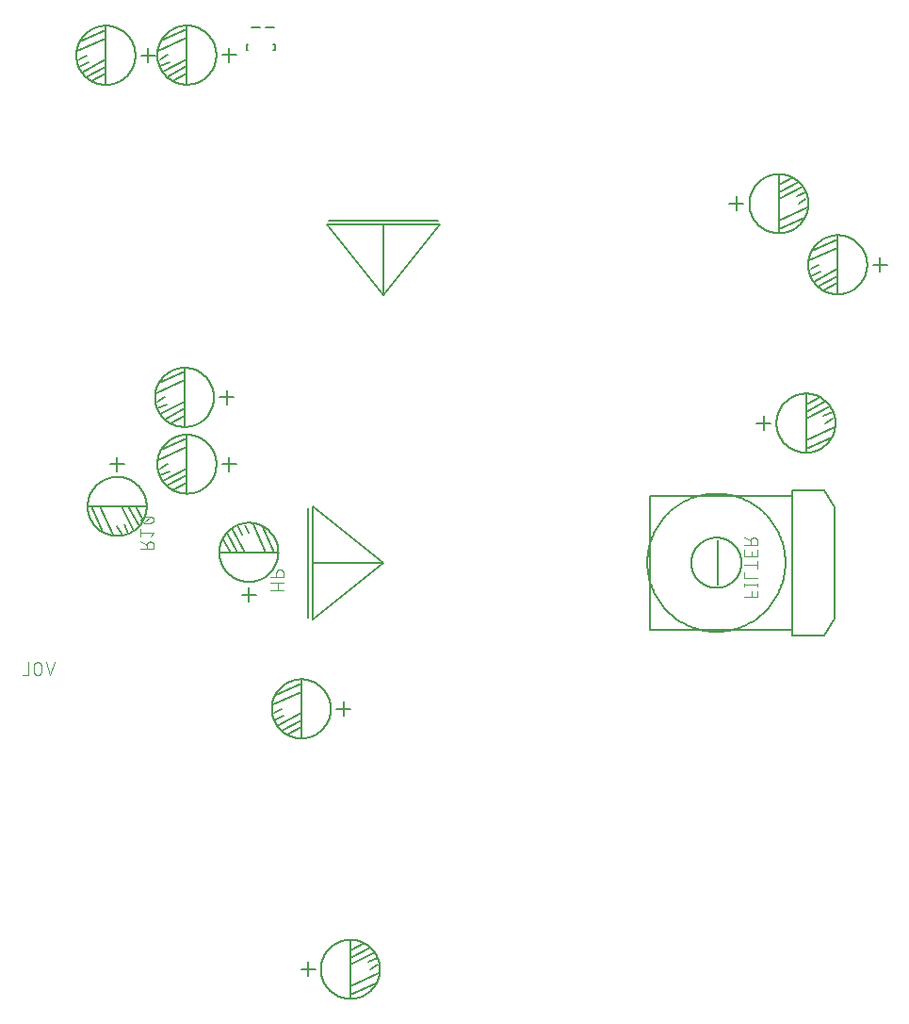
<source format=gbr>
G04 EAGLE Gerber X2 export*
%TF.Part,Single*%
%TF.FileFunction,Legend,Bot,1*%
%TF.FilePolarity,Positive*%
%TF.GenerationSoftware,Autodesk,EAGLE,9.2.2*%
%TF.CreationDate,2019-04-19T13:44:37Z*%
G75*
%MOMM*%
%FSLAX34Y34*%
%LPD*%
%INSilkscreen Bottom*%
%AMOC8*
5,1,8,0,0,1.08239X$1,22.5*%
G01*
%ADD10C,0.127000*%
%ADD11C,0.101600*%
%ADD12C,0.152400*%
%ADD13C,0.203200*%
%ADD14C,0.200000*%


D10*
X796051Y635345D02*
X796059Y635995D01*
X796083Y636645D01*
X796123Y637294D01*
X796179Y637942D01*
X796250Y638589D01*
X796338Y639233D01*
X796441Y639875D01*
X796560Y640515D01*
X796695Y641151D01*
X796845Y641784D01*
X797011Y642413D01*
X797192Y643038D01*
X797389Y643658D01*
X797600Y644273D01*
X797827Y644882D01*
X798068Y645486D01*
X798324Y646084D01*
X798595Y646675D01*
X798881Y647260D01*
X799180Y647837D01*
X799494Y648407D01*
X799821Y648969D01*
X800162Y649522D01*
X800517Y650068D01*
X800885Y650604D01*
X801266Y651131D01*
X801660Y651649D01*
X802066Y652156D01*
X802485Y652654D01*
X802916Y653141D01*
X803358Y653618D01*
X803813Y654083D01*
X804278Y654538D01*
X804755Y654980D01*
X805242Y655411D01*
X805740Y655830D01*
X806247Y656236D01*
X806765Y656630D01*
X807292Y657011D01*
X807828Y657379D01*
X808374Y657734D01*
X808927Y658075D01*
X809489Y658402D01*
X810059Y658716D01*
X810636Y659015D01*
X811221Y659301D01*
X811812Y659572D01*
X812410Y659828D01*
X813014Y660069D01*
X813623Y660296D01*
X814238Y660507D01*
X814858Y660704D01*
X815483Y660885D01*
X816112Y661051D01*
X816745Y661201D01*
X817381Y661336D01*
X818021Y661455D01*
X818663Y661558D01*
X819307Y661646D01*
X819954Y661717D01*
X820602Y661773D01*
X821251Y661813D01*
X821901Y661837D01*
X822551Y661845D01*
X823201Y661837D01*
X823851Y661813D01*
X824500Y661773D01*
X825148Y661717D01*
X825795Y661646D01*
X826439Y661558D01*
X827081Y661455D01*
X827721Y661336D01*
X828357Y661201D01*
X828990Y661051D01*
X829619Y660885D01*
X830244Y660704D01*
X830864Y660507D01*
X831479Y660296D01*
X832088Y660069D01*
X832692Y659828D01*
X833290Y659572D01*
X833881Y659301D01*
X834466Y659015D01*
X835043Y658716D01*
X835613Y658402D01*
X836175Y658075D01*
X836728Y657734D01*
X837274Y657379D01*
X837810Y657011D01*
X838337Y656630D01*
X838855Y656236D01*
X839362Y655830D01*
X839860Y655411D01*
X840347Y654980D01*
X840824Y654538D01*
X841289Y654083D01*
X841744Y653618D01*
X842186Y653141D01*
X842617Y652654D01*
X843036Y652156D01*
X843442Y651649D01*
X843836Y651131D01*
X844217Y650604D01*
X844585Y650068D01*
X844940Y649522D01*
X845281Y648969D01*
X845608Y648407D01*
X845922Y647837D01*
X846221Y647260D01*
X846507Y646675D01*
X846778Y646084D01*
X847034Y645486D01*
X847275Y644882D01*
X847502Y644273D01*
X847713Y643658D01*
X847910Y643038D01*
X848091Y642413D01*
X848257Y641784D01*
X848407Y641151D01*
X848542Y640515D01*
X848661Y639875D01*
X848764Y639233D01*
X848852Y638589D01*
X848923Y637942D01*
X848979Y637294D01*
X849019Y636645D01*
X849043Y635995D01*
X849051Y635345D01*
X849043Y634695D01*
X849019Y634045D01*
X848979Y633396D01*
X848923Y632748D01*
X848852Y632101D01*
X848764Y631457D01*
X848661Y630815D01*
X848542Y630175D01*
X848407Y629539D01*
X848257Y628906D01*
X848091Y628277D01*
X847910Y627652D01*
X847713Y627032D01*
X847502Y626417D01*
X847275Y625808D01*
X847034Y625204D01*
X846778Y624606D01*
X846507Y624015D01*
X846221Y623430D01*
X845922Y622853D01*
X845608Y622283D01*
X845281Y621721D01*
X844940Y621168D01*
X844585Y620622D01*
X844217Y620086D01*
X843836Y619559D01*
X843442Y619041D01*
X843036Y618534D01*
X842617Y618036D01*
X842186Y617549D01*
X841744Y617072D01*
X841289Y616607D01*
X840824Y616152D01*
X840347Y615710D01*
X839860Y615279D01*
X839362Y614860D01*
X838855Y614454D01*
X838337Y614060D01*
X837810Y613679D01*
X837274Y613311D01*
X836728Y612956D01*
X836175Y612615D01*
X835613Y612288D01*
X835043Y611974D01*
X834466Y611675D01*
X833881Y611389D01*
X833290Y611118D01*
X832692Y610862D01*
X832088Y610621D01*
X831479Y610394D01*
X830864Y610183D01*
X830244Y609986D01*
X829619Y609805D01*
X828990Y609639D01*
X828357Y609489D01*
X827721Y609354D01*
X827081Y609235D01*
X826439Y609132D01*
X825795Y609044D01*
X825148Y608973D01*
X824500Y608917D01*
X823851Y608877D01*
X823201Y608853D01*
X822551Y608845D01*
X821901Y608853D01*
X821251Y608877D01*
X820602Y608917D01*
X819954Y608973D01*
X819307Y609044D01*
X818663Y609132D01*
X818021Y609235D01*
X817381Y609354D01*
X816745Y609489D01*
X816112Y609639D01*
X815483Y609805D01*
X814858Y609986D01*
X814238Y610183D01*
X813623Y610394D01*
X813014Y610621D01*
X812410Y610862D01*
X811812Y611118D01*
X811221Y611389D01*
X810636Y611675D01*
X810059Y611974D01*
X809489Y612288D01*
X808927Y612615D01*
X808374Y612956D01*
X807828Y613311D01*
X807292Y613679D01*
X806765Y614060D01*
X806247Y614454D01*
X805740Y614860D01*
X805242Y615279D01*
X804755Y615710D01*
X804278Y616152D01*
X803813Y616607D01*
X803358Y617072D01*
X802916Y617549D01*
X802485Y618036D01*
X802066Y618534D01*
X801660Y619041D01*
X801266Y619559D01*
X800885Y620086D01*
X800517Y620622D01*
X800162Y621168D01*
X799821Y621721D01*
X799494Y622283D01*
X799180Y622853D01*
X798881Y623430D01*
X798595Y624015D01*
X798324Y624606D01*
X798068Y625204D01*
X797827Y625808D01*
X797600Y626417D01*
X797389Y627032D01*
X797192Y627652D01*
X797011Y628277D01*
X796845Y628906D01*
X796695Y629539D01*
X796560Y630175D01*
X796441Y630815D01*
X796338Y631457D01*
X796250Y632101D01*
X796179Y632748D01*
X796123Y633396D01*
X796083Y634045D01*
X796059Y634695D01*
X796051Y635345D01*
X784451Y635345D02*
X778101Y635345D01*
X784451Y635345D02*
X790801Y635345D01*
X784451Y635345D02*
X784451Y641695D01*
X784451Y635345D02*
X784451Y628995D01*
X822551Y651855D02*
X822551Y662015D01*
X822551Y651855D02*
X822551Y645505D01*
X822551Y639155D01*
X822551Y620105D01*
X822551Y612485D01*
X822551Y608675D01*
X822551Y612485D02*
X845411Y622645D01*
X847951Y631535D02*
X822551Y620105D01*
X838426Y641695D02*
X846681Y645505D01*
X844141Y650585D02*
X822551Y639155D01*
X822551Y645505D02*
X840331Y655030D01*
X835251Y658840D02*
X822551Y651855D01*
X840051Y635345D02*
X846681Y639155D01*
X237439Y658477D02*
X237447Y659127D01*
X237471Y659777D01*
X237511Y660426D01*
X237567Y661074D01*
X237638Y661721D01*
X237726Y662365D01*
X237829Y663007D01*
X237948Y663647D01*
X238083Y664283D01*
X238233Y664916D01*
X238399Y665545D01*
X238580Y666170D01*
X238777Y666790D01*
X238988Y667405D01*
X239215Y668014D01*
X239456Y668618D01*
X239712Y669216D01*
X239983Y669807D01*
X240269Y670392D01*
X240568Y670969D01*
X240882Y671539D01*
X241209Y672101D01*
X241550Y672654D01*
X241905Y673200D01*
X242273Y673736D01*
X242654Y674263D01*
X243048Y674781D01*
X243454Y675288D01*
X243873Y675786D01*
X244304Y676273D01*
X244746Y676750D01*
X245201Y677215D01*
X245666Y677670D01*
X246143Y678112D01*
X246630Y678543D01*
X247128Y678962D01*
X247635Y679368D01*
X248153Y679762D01*
X248680Y680143D01*
X249216Y680511D01*
X249762Y680866D01*
X250315Y681207D01*
X250877Y681534D01*
X251447Y681848D01*
X252024Y682147D01*
X252609Y682433D01*
X253200Y682704D01*
X253798Y682960D01*
X254402Y683201D01*
X255011Y683428D01*
X255626Y683639D01*
X256246Y683836D01*
X256871Y684017D01*
X257500Y684183D01*
X258133Y684333D01*
X258769Y684468D01*
X259409Y684587D01*
X260051Y684690D01*
X260695Y684778D01*
X261342Y684849D01*
X261990Y684905D01*
X262639Y684945D01*
X263289Y684969D01*
X263939Y684977D01*
X264589Y684969D01*
X265239Y684945D01*
X265888Y684905D01*
X266536Y684849D01*
X267183Y684778D01*
X267827Y684690D01*
X268469Y684587D01*
X269109Y684468D01*
X269745Y684333D01*
X270378Y684183D01*
X271007Y684017D01*
X271632Y683836D01*
X272252Y683639D01*
X272867Y683428D01*
X273476Y683201D01*
X274080Y682960D01*
X274678Y682704D01*
X275269Y682433D01*
X275854Y682147D01*
X276431Y681848D01*
X277001Y681534D01*
X277563Y681207D01*
X278116Y680866D01*
X278662Y680511D01*
X279198Y680143D01*
X279725Y679762D01*
X280243Y679368D01*
X280750Y678962D01*
X281248Y678543D01*
X281735Y678112D01*
X282212Y677670D01*
X282677Y677215D01*
X283132Y676750D01*
X283574Y676273D01*
X284005Y675786D01*
X284424Y675288D01*
X284830Y674781D01*
X285224Y674263D01*
X285605Y673736D01*
X285973Y673200D01*
X286328Y672654D01*
X286669Y672101D01*
X286996Y671539D01*
X287310Y670969D01*
X287609Y670392D01*
X287895Y669807D01*
X288166Y669216D01*
X288422Y668618D01*
X288663Y668014D01*
X288890Y667405D01*
X289101Y666790D01*
X289298Y666170D01*
X289479Y665545D01*
X289645Y664916D01*
X289795Y664283D01*
X289930Y663647D01*
X290049Y663007D01*
X290152Y662365D01*
X290240Y661721D01*
X290311Y661074D01*
X290367Y660426D01*
X290407Y659777D01*
X290431Y659127D01*
X290439Y658477D01*
X290431Y657827D01*
X290407Y657177D01*
X290367Y656528D01*
X290311Y655880D01*
X290240Y655233D01*
X290152Y654589D01*
X290049Y653947D01*
X289930Y653307D01*
X289795Y652671D01*
X289645Y652038D01*
X289479Y651409D01*
X289298Y650784D01*
X289101Y650164D01*
X288890Y649549D01*
X288663Y648940D01*
X288422Y648336D01*
X288166Y647738D01*
X287895Y647147D01*
X287609Y646562D01*
X287310Y645985D01*
X286996Y645415D01*
X286669Y644853D01*
X286328Y644300D01*
X285973Y643754D01*
X285605Y643218D01*
X285224Y642691D01*
X284830Y642173D01*
X284424Y641666D01*
X284005Y641168D01*
X283574Y640681D01*
X283132Y640204D01*
X282677Y639739D01*
X282212Y639284D01*
X281735Y638842D01*
X281248Y638411D01*
X280750Y637992D01*
X280243Y637586D01*
X279725Y637192D01*
X279198Y636811D01*
X278662Y636443D01*
X278116Y636088D01*
X277563Y635747D01*
X277001Y635420D01*
X276431Y635106D01*
X275854Y634807D01*
X275269Y634521D01*
X274678Y634250D01*
X274080Y633994D01*
X273476Y633753D01*
X272867Y633526D01*
X272252Y633315D01*
X271632Y633118D01*
X271007Y632937D01*
X270378Y632771D01*
X269745Y632621D01*
X269109Y632486D01*
X268469Y632367D01*
X267827Y632264D01*
X267183Y632176D01*
X266536Y632105D01*
X265888Y632049D01*
X265239Y632009D01*
X264589Y631985D01*
X263939Y631977D01*
X263289Y631985D01*
X262639Y632009D01*
X261990Y632049D01*
X261342Y632105D01*
X260695Y632176D01*
X260051Y632264D01*
X259409Y632367D01*
X258769Y632486D01*
X258133Y632621D01*
X257500Y632771D01*
X256871Y632937D01*
X256246Y633118D01*
X255626Y633315D01*
X255011Y633526D01*
X254402Y633753D01*
X253798Y633994D01*
X253200Y634250D01*
X252609Y634521D01*
X252024Y634807D01*
X251447Y635106D01*
X250877Y635420D01*
X250315Y635747D01*
X249762Y636088D01*
X249216Y636443D01*
X248680Y636811D01*
X248153Y637192D01*
X247635Y637586D01*
X247128Y637992D01*
X246630Y638411D01*
X246143Y638842D01*
X245666Y639284D01*
X245201Y639739D01*
X244746Y640204D01*
X244304Y640681D01*
X243873Y641168D01*
X243454Y641666D01*
X243048Y642173D01*
X242654Y642691D01*
X242273Y643218D01*
X241905Y643754D01*
X241550Y644300D01*
X241209Y644853D01*
X240882Y645415D01*
X240568Y645985D01*
X240269Y646562D01*
X239983Y647147D01*
X239712Y647738D01*
X239456Y648336D01*
X239215Y648940D01*
X238988Y649549D01*
X238777Y650164D01*
X238580Y650784D01*
X238399Y651409D01*
X238233Y652038D01*
X238083Y652671D01*
X237948Y653307D01*
X237829Y653947D01*
X237726Y654589D01*
X237638Y655233D01*
X237567Y655880D01*
X237511Y656528D01*
X237471Y657177D01*
X237447Y657827D01*
X237439Y658477D01*
X302039Y658477D02*
X308389Y658477D01*
X302039Y658477D02*
X295689Y658477D01*
X302039Y658477D02*
X302039Y652127D01*
X302039Y658477D02*
X302039Y664827D01*
X263939Y641967D02*
X263939Y631807D01*
X263939Y641967D02*
X263939Y648317D01*
X263939Y654667D01*
X263939Y673717D01*
X263939Y681337D01*
X263939Y685147D01*
X263939Y681337D02*
X241079Y671177D01*
X238539Y662287D02*
X263939Y673717D01*
X248064Y652127D02*
X239809Y648317D01*
X242349Y643237D02*
X263939Y654667D01*
X263939Y648317D02*
X246159Y638792D01*
X251239Y634982D02*
X263939Y641967D01*
X246439Y658477D02*
X239809Y654667D01*
X295294Y519377D02*
X295302Y520027D01*
X295326Y520677D01*
X295366Y521326D01*
X295422Y521974D01*
X295493Y522621D01*
X295581Y523265D01*
X295684Y523907D01*
X295803Y524547D01*
X295938Y525183D01*
X296088Y525816D01*
X296254Y526445D01*
X296435Y527070D01*
X296632Y527690D01*
X296843Y528305D01*
X297070Y528914D01*
X297311Y529518D01*
X297567Y530116D01*
X297838Y530707D01*
X298124Y531292D01*
X298423Y531869D01*
X298737Y532439D01*
X299064Y533001D01*
X299405Y533554D01*
X299760Y534100D01*
X300128Y534636D01*
X300509Y535163D01*
X300903Y535681D01*
X301309Y536188D01*
X301728Y536686D01*
X302159Y537173D01*
X302601Y537650D01*
X303056Y538115D01*
X303521Y538570D01*
X303998Y539012D01*
X304485Y539443D01*
X304983Y539862D01*
X305490Y540268D01*
X306008Y540662D01*
X306535Y541043D01*
X307071Y541411D01*
X307617Y541766D01*
X308170Y542107D01*
X308732Y542434D01*
X309302Y542748D01*
X309879Y543047D01*
X310464Y543333D01*
X311055Y543604D01*
X311653Y543860D01*
X312257Y544101D01*
X312866Y544328D01*
X313481Y544539D01*
X314101Y544736D01*
X314726Y544917D01*
X315355Y545083D01*
X315988Y545233D01*
X316624Y545368D01*
X317264Y545487D01*
X317906Y545590D01*
X318550Y545678D01*
X319197Y545749D01*
X319845Y545805D01*
X320494Y545845D01*
X321144Y545869D01*
X321794Y545877D01*
X322444Y545869D01*
X323094Y545845D01*
X323743Y545805D01*
X324391Y545749D01*
X325038Y545678D01*
X325682Y545590D01*
X326324Y545487D01*
X326964Y545368D01*
X327600Y545233D01*
X328233Y545083D01*
X328862Y544917D01*
X329487Y544736D01*
X330107Y544539D01*
X330722Y544328D01*
X331331Y544101D01*
X331935Y543860D01*
X332533Y543604D01*
X333124Y543333D01*
X333709Y543047D01*
X334286Y542748D01*
X334856Y542434D01*
X335418Y542107D01*
X335971Y541766D01*
X336517Y541411D01*
X337053Y541043D01*
X337580Y540662D01*
X338098Y540268D01*
X338605Y539862D01*
X339103Y539443D01*
X339590Y539012D01*
X340067Y538570D01*
X340532Y538115D01*
X340987Y537650D01*
X341429Y537173D01*
X341860Y536686D01*
X342279Y536188D01*
X342685Y535681D01*
X343079Y535163D01*
X343460Y534636D01*
X343828Y534100D01*
X344183Y533554D01*
X344524Y533001D01*
X344851Y532439D01*
X345165Y531869D01*
X345464Y531292D01*
X345750Y530707D01*
X346021Y530116D01*
X346277Y529518D01*
X346518Y528914D01*
X346745Y528305D01*
X346956Y527690D01*
X347153Y527070D01*
X347334Y526445D01*
X347500Y525816D01*
X347650Y525183D01*
X347785Y524547D01*
X347904Y523907D01*
X348007Y523265D01*
X348095Y522621D01*
X348166Y521974D01*
X348222Y521326D01*
X348262Y520677D01*
X348286Y520027D01*
X348294Y519377D01*
X348286Y518727D01*
X348262Y518077D01*
X348222Y517428D01*
X348166Y516780D01*
X348095Y516133D01*
X348007Y515489D01*
X347904Y514847D01*
X347785Y514207D01*
X347650Y513571D01*
X347500Y512938D01*
X347334Y512309D01*
X347153Y511684D01*
X346956Y511064D01*
X346745Y510449D01*
X346518Y509840D01*
X346277Y509236D01*
X346021Y508638D01*
X345750Y508047D01*
X345464Y507462D01*
X345165Y506885D01*
X344851Y506315D01*
X344524Y505753D01*
X344183Y505200D01*
X343828Y504654D01*
X343460Y504118D01*
X343079Y503591D01*
X342685Y503073D01*
X342279Y502566D01*
X341860Y502068D01*
X341429Y501581D01*
X340987Y501104D01*
X340532Y500639D01*
X340067Y500184D01*
X339590Y499742D01*
X339103Y499311D01*
X338605Y498892D01*
X338098Y498486D01*
X337580Y498092D01*
X337053Y497711D01*
X336517Y497343D01*
X335971Y496988D01*
X335418Y496647D01*
X334856Y496320D01*
X334286Y496006D01*
X333709Y495707D01*
X333124Y495421D01*
X332533Y495150D01*
X331935Y494894D01*
X331331Y494653D01*
X330722Y494426D01*
X330107Y494215D01*
X329487Y494018D01*
X328862Y493837D01*
X328233Y493671D01*
X327600Y493521D01*
X326964Y493386D01*
X326324Y493267D01*
X325682Y493164D01*
X325038Y493076D01*
X324391Y493005D01*
X323743Y492949D01*
X323094Y492909D01*
X322444Y492885D01*
X321794Y492877D01*
X321144Y492885D01*
X320494Y492909D01*
X319845Y492949D01*
X319197Y493005D01*
X318550Y493076D01*
X317906Y493164D01*
X317264Y493267D01*
X316624Y493386D01*
X315988Y493521D01*
X315355Y493671D01*
X314726Y493837D01*
X314101Y494018D01*
X313481Y494215D01*
X312866Y494426D01*
X312257Y494653D01*
X311653Y494894D01*
X311055Y495150D01*
X310464Y495421D01*
X309879Y495707D01*
X309302Y496006D01*
X308732Y496320D01*
X308170Y496647D01*
X307617Y496988D01*
X307071Y497343D01*
X306535Y497711D01*
X306008Y498092D01*
X305490Y498486D01*
X304983Y498892D01*
X304485Y499311D01*
X303998Y499742D01*
X303521Y500184D01*
X303056Y500639D01*
X302601Y501104D01*
X302159Y501581D01*
X301728Y502068D01*
X301309Y502566D01*
X300903Y503073D01*
X300509Y503591D01*
X300128Y504118D01*
X299760Y504654D01*
X299405Y505200D01*
X299064Y505753D01*
X298737Y506315D01*
X298423Y506885D01*
X298124Y507462D01*
X297838Y508047D01*
X297567Y508638D01*
X297311Y509236D01*
X297070Y509840D01*
X296843Y510449D01*
X296632Y511064D01*
X296435Y511684D01*
X296254Y512309D01*
X296088Y512938D01*
X295938Y513571D01*
X295803Y514207D01*
X295684Y514847D01*
X295581Y515489D01*
X295493Y516133D01*
X295422Y516780D01*
X295366Y517428D01*
X295326Y518077D01*
X295302Y518727D01*
X295294Y519377D01*
X321794Y481277D02*
X321794Y474927D01*
X321794Y481277D02*
X321794Y487627D01*
X321794Y481277D02*
X315444Y481277D01*
X321794Y481277D02*
X328144Y481277D01*
X305284Y519377D02*
X295124Y519377D01*
X305284Y519377D02*
X311634Y519377D01*
X317984Y519377D01*
X337034Y519377D01*
X344654Y519377D01*
X348464Y519377D01*
X344654Y519377D02*
X334494Y542237D01*
X325604Y544777D02*
X337034Y519377D01*
X315444Y535252D02*
X311634Y543507D01*
X306554Y540967D02*
X317984Y519377D01*
X311634Y519377D02*
X302109Y537157D01*
X298299Y532077D02*
X305284Y519377D01*
X321794Y536877D02*
X317984Y543507D01*
X771682Y832407D02*
X771690Y833057D01*
X771714Y833707D01*
X771754Y834356D01*
X771810Y835004D01*
X771881Y835651D01*
X771969Y836295D01*
X772072Y836937D01*
X772191Y837577D01*
X772326Y838213D01*
X772476Y838846D01*
X772642Y839475D01*
X772823Y840100D01*
X773020Y840720D01*
X773231Y841335D01*
X773458Y841944D01*
X773699Y842548D01*
X773955Y843146D01*
X774226Y843737D01*
X774512Y844322D01*
X774811Y844899D01*
X775125Y845469D01*
X775452Y846031D01*
X775793Y846584D01*
X776148Y847130D01*
X776516Y847666D01*
X776897Y848193D01*
X777291Y848711D01*
X777697Y849218D01*
X778116Y849716D01*
X778547Y850203D01*
X778989Y850680D01*
X779444Y851145D01*
X779909Y851600D01*
X780386Y852042D01*
X780873Y852473D01*
X781371Y852892D01*
X781878Y853298D01*
X782396Y853692D01*
X782923Y854073D01*
X783459Y854441D01*
X784005Y854796D01*
X784558Y855137D01*
X785120Y855464D01*
X785690Y855778D01*
X786267Y856077D01*
X786852Y856363D01*
X787443Y856634D01*
X788041Y856890D01*
X788645Y857131D01*
X789254Y857358D01*
X789869Y857569D01*
X790489Y857766D01*
X791114Y857947D01*
X791743Y858113D01*
X792376Y858263D01*
X793012Y858398D01*
X793652Y858517D01*
X794294Y858620D01*
X794938Y858708D01*
X795585Y858779D01*
X796233Y858835D01*
X796882Y858875D01*
X797532Y858899D01*
X798182Y858907D01*
X798832Y858899D01*
X799482Y858875D01*
X800131Y858835D01*
X800779Y858779D01*
X801426Y858708D01*
X802070Y858620D01*
X802712Y858517D01*
X803352Y858398D01*
X803988Y858263D01*
X804621Y858113D01*
X805250Y857947D01*
X805875Y857766D01*
X806495Y857569D01*
X807110Y857358D01*
X807719Y857131D01*
X808323Y856890D01*
X808921Y856634D01*
X809512Y856363D01*
X810097Y856077D01*
X810674Y855778D01*
X811244Y855464D01*
X811806Y855137D01*
X812359Y854796D01*
X812905Y854441D01*
X813441Y854073D01*
X813968Y853692D01*
X814486Y853298D01*
X814993Y852892D01*
X815491Y852473D01*
X815978Y852042D01*
X816455Y851600D01*
X816920Y851145D01*
X817375Y850680D01*
X817817Y850203D01*
X818248Y849716D01*
X818667Y849218D01*
X819073Y848711D01*
X819467Y848193D01*
X819848Y847666D01*
X820216Y847130D01*
X820571Y846584D01*
X820912Y846031D01*
X821239Y845469D01*
X821553Y844899D01*
X821852Y844322D01*
X822138Y843737D01*
X822409Y843146D01*
X822665Y842548D01*
X822906Y841944D01*
X823133Y841335D01*
X823344Y840720D01*
X823541Y840100D01*
X823722Y839475D01*
X823888Y838846D01*
X824038Y838213D01*
X824173Y837577D01*
X824292Y836937D01*
X824395Y836295D01*
X824483Y835651D01*
X824554Y835004D01*
X824610Y834356D01*
X824650Y833707D01*
X824674Y833057D01*
X824682Y832407D01*
X824674Y831757D01*
X824650Y831107D01*
X824610Y830458D01*
X824554Y829810D01*
X824483Y829163D01*
X824395Y828519D01*
X824292Y827877D01*
X824173Y827237D01*
X824038Y826601D01*
X823888Y825968D01*
X823722Y825339D01*
X823541Y824714D01*
X823344Y824094D01*
X823133Y823479D01*
X822906Y822870D01*
X822665Y822266D01*
X822409Y821668D01*
X822138Y821077D01*
X821852Y820492D01*
X821553Y819915D01*
X821239Y819345D01*
X820912Y818783D01*
X820571Y818230D01*
X820216Y817684D01*
X819848Y817148D01*
X819467Y816621D01*
X819073Y816103D01*
X818667Y815596D01*
X818248Y815098D01*
X817817Y814611D01*
X817375Y814134D01*
X816920Y813669D01*
X816455Y813214D01*
X815978Y812772D01*
X815491Y812341D01*
X814993Y811922D01*
X814486Y811516D01*
X813968Y811122D01*
X813441Y810741D01*
X812905Y810373D01*
X812359Y810018D01*
X811806Y809677D01*
X811244Y809350D01*
X810674Y809036D01*
X810097Y808737D01*
X809512Y808451D01*
X808921Y808180D01*
X808323Y807924D01*
X807719Y807683D01*
X807110Y807456D01*
X806495Y807245D01*
X805875Y807048D01*
X805250Y806867D01*
X804621Y806701D01*
X803988Y806551D01*
X803352Y806416D01*
X802712Y806297D01*
X802070Y806194D01*
X801426Y806106D01*
X800779Y806035D01*
X800131Y805979D01*
X799482Y805939D01*
X798832Y805915D01*
X798182Y805907D01*
X797532Y805915D01*
X796882Y805939D01*
X796233Y805979D01*
X795585Y806035D01*
X794938Y806106D01*
X794294Y806194D01*
X793652Y806297D01*
X793012Y806416D01*
X792376Y806551D01*
X791743Y806701D01*
X791114Y806867D01*
X790489Y807048D01*
X789869Y807245D01*
X789254Y807456D01*
X788645Y807683D01*
X788041Y807924D01*
X787443Y808180D01*
X786852Y808451D01*
X786267Y808737D01*
X785690Y809036D01*
X785120Y809350D01*
X784558Y809677D01*
X784005Y810018D01*
X783459Y810373D01*
X782923Y810741D01*
X782396Y811122D01*
X781878Y811516D01*
X781371Y811922D01*
X780873Y812341D01*
X780386Y812772D01*
X779909Y813214D01*
X779444Y813669D01*
X778989Y814134D01*
X778547Y814611D01*
X778116Y815098D01*
X777697Y815596D01*
X777291Y816103D01*
X776897Y816621D01*
X776516Y817148D01*
X776148Y817684D01*
X775793Y818230D01*
X775452Y818783D01*
X775125Y819345D01*
X774811Y819915D01*
X774512Y820492D01*
X774226Y821077D01*
X773955Y821668D01*
X773699Y822266D01*
X773458Y822870D01*
X773231Y823479D01*
X773020Y824094D01*
X772823Y824714D01*
X772642Y825339D01*
X772476Y825968D01*
X772326Y826601D01*
X772191Y827237D01*
X772072Y827877D01*
X771969Y828519D01*
X771881Y829163D01*
X771810Y829810D01*
X771754Y830458D01*
X771714Y831107D01*
X771690Y831757D01*
X771682Y832407D01*
X760082Y832407D02*
X753732Y832407D01*
X760082Y832407D02*
X766432Y832407D01*
X760082Y832407D02*
X760082Y838757D01*
X760082Y832407D02*
X760082Y826057D01*
X798182Y848917D02*
X798182Y859077D01*
X798182Y848917D02*
X798182Y842567D01*
X798182Y836217D01*
X798182Y817167D01*
X798182Y809547D01*
X798182Y805737D01*
X798182Y809547D02*
X821042Y819707D01*
X823582Y828597D02*
X798182Y817167D01*
X814057Y838757D02*
X822312Y842567D01*
X819772Y847647D02*
X798182Y836217D01*
X798182Y842567D02*
X815962Y852092D01*
X810882Y855902D02*
X798182Y848917D01*
X815682Y832407D02*
X822312Y836217D01*
X824571Y777583D02*
X824579Y778233D01*
X824603Y778883D01*
X824643Y779532D01*
X824699Y780180D01*
X824770Y780827D01*
X824858Y781471D01*
X824961Y782113D01*
X825080Y782753D01*
X825215Y783389D01*
X825365Y784022D01*
X825531Y784651D01*
X825712Y785276D01*
X825909Y785896D01*
X826120Y786511D01*
X826347Y787120D01*
X826588Y787724D01*
X826844Y788322D01*
X827115Y788913D01*
X827401Y789498D01*
X827700Y790075D01*
X828014Y790645D01*
X828341Y791207D01*
X828682Y791760D01*
X829037Y792306D01*
X829405Y792842D01*
X829786Y793369D01*
X830180Y793887D01*
X830586Y794394D01*
X831005Y794892D01*
X831436Y795379D01*
X831878Y795856D01*
X832333Y796321D01*
X832798Y796776D01*
X833275Y797218D01*
X833762Y797649D01*
X834260Y798068D01*
X834767Y798474D01*
X835285Y798868D01*
X835812Y799249D01*
X836348Y799617D01*
X836894Y799972D01*
X837447Y800313D01*
X838009Y800640D01*
X838579Y800954D01*
X839156Y801253D01*
X839741Y801539D01*
X840332Y801810D01*
X840930Y802066D01*
X841534Y802307D01*
X842143Y802534D01*
X842758Y802745D01*
X843378Y802942D01*
X844003Y803123D01*
X844632Y803289D01*
X845265Y803439D01*
X845901Y803574D01*
X846541Y803693D01*
X847183Y803796D01*
X847827Y803884D01*
X848474Y803955D01*
X849122Y804011D01*
X849771Y804051D01*
X850421Y804075D01*
X851071Y804083D01*
X851721Y804075D01*
X852371Y804051D01*
X853020Y804011D01*
X853668Y803955D01*
X854315Y803884D01*
X854959Y803796D01*
X855601Y803693D01*
X856241Y803574D01*
X856877Y803439D01*
X857510Y803289D01*
X858139Y803123D01*
X858764Y802942D01*
X859384Y802745D01*
X859999Y802534D01*
X860608Y802307D01*
X861212Y802066D01*
X861810Y801810D01*
X862401Y801539D01*
X862986Y801253D01*
X863563Y800954D01*
X864133Y800640D01*
X864695Y800313D01*
X865248Y799972D01*
X865794Y799617D01*
X866330Y799249D01*
X866857Y798868D01*
X867375Y798474D01*
X867882Y798068D01*
X868380Y797649D01*
X868867Y797218D01*
X869344Y796776D01*
X869809Y796321D01*
X870264Y795856D01*
X870706Y795379D01*
X871137Y794892D01*
X871556Y794394D01*
X871962Y793887D01*
X872356Y793369D01*
X872737Y792842D01*
X873105Y792306D01*
X873460Y791760D01*
X873801Y791207D01*
X874128Y790645D01*
X874442Y790075D01*
X874741Y789498D01*
X875027Y788913D01*
X875298Y788322D01*
X875554Y787724D01*
X875795Y787120D01*
X876022Y786511D01*
X876233Y785896D01*
X876430Y785276D01*
X876611Y784651D01*
X876777Y784022D01*
X876927Y783389D01*
X877062Y782753D01*
X877181Y782113D01*
X877284Y781471D01*
X877372Y780827D01*
X877443Y780180D01*
X877499Y779532D01*
X877539Y778883D01*
X877563Y778233D01*
X877571Y777583D01*
X877563Y776933D01*
X877539Y776283D01*
X877499Y775634D01*
X877443Y774986D01*
X877372Y774339D01*
X877284Y773695D01*
X877181Y773053D01*
X877062Y772413D01*
X876927Y771777D01*
X876777Y771144D01*
X876611Y770515D01*
X876430Y769890D01*
X876233Y769270D01*
X876022Y768655D01*
X875795Y768046D01*
X875554Y767442D01*
X875298Y766844D01*
X875027Y766253D01*
X874741Y765668D01*
X874442Y765091D01*
X874128Y764521D01*
X873801Y763959D01*
X873460Y763406D01*
X873105Y762860D01*
X872737Y762324D01*
X872356Y761797D01*
X871962Y761279D01*
X871556Y760772D01*
X871137Y760274D01*
X870706Y759787D01*
X870264Y759310D01*
X869809Y758845D01*
X869344Y758390D01*
X868867Y757948D01*
X868380Y757517D01*
X867882Y757098D01*
X867375Y756692D01*
X866857Y756298D01*
X866330Y755917D01*
X865794Y755549D01*
X865248Y755194D01*
X864695Y754853D01*
X864133Y754526D01*
X863563Y754212D01*
X862986Y753913D01*
X862401Y753627D01*
X861810Y753356D01*
X861212Y753100D01*
X860608Y752859D01*
X859999Y752632D01*
X859384Y752421D01*
X858764Y752224D01*
X858139Y752043D01*
X857510Y751877D01*
X856877Y751727D01*
X856241Y751592D01*
X855601Y751473D01*
X854959Y751370D01*
X854315Y751282D01*
X853668Y751211D01*
X853020Y751155D01*
X852371Y751115D01*
X851721Y751091D01*
X851071Y751083D01*
X850421Y751091D01*
X849771Y751115D01*
X849122Y751155D01*
X848474Y751211D01*
X847827Y751282D01*
X847183Y751370D01*
X846541Y751473D01*
X845901Y751592D01*
X845265Y751727D01*
X844632Y751877D01*
X844003Y752043D01*
X843378Y752224D01*
X842758Y752421D01*
X842143Y752632D01*
X841534Y752859D01*
X840930Y753100D01*
X840332Y753356D01*
X839741Y753627D01*
X839156Y753913D01*
X838579Y754212D01*
X838009Y754526D01*
X837447Y754853D01*
X836894Y755194D01*
X836348Y755549D01*
X835812Y755917D01*
X835285Y756298D01*
X834767Y756692D01*
X834260Y757098D01*
X833762Y757517D01*
X833275Y757948D01*
X832798Y758390D01*
X832333Y758845D01*
X831878Y759310D01*
X831436Y759787D01*
X831005Y760274D01*
X830586Y760772D01*
X830180Y761279D01*
X829786Y761797D01*
X829405Y762324D01*
X829037Y762860D01*
X828682Y763406D01*
X828341Y763959D01*
X828014Y764521D01*
X827700Y765091D01*
X827401Y765668D01*
X827115Y766253D01*
X826844Y766844D01*
X826588Y767442D01*
X826347Y768046D01*
X826120Y768655D01*
X825909Y769270D01*
X825712Y769890D01*
X825531Y770515D01*
X825365Y771144D01*
X825215Y771777D01*
X825080Y772413D01*
X824961Y773053D01*
X824858Y773695D01*
X824770Y774339D01*
X824699Y774986D01*
X824643Y775634D01*
X824603Y776283D01*
X824579Y776933D01*
X824571Y777583D01*
X889171Y777583D02*
X895521Y777583D01*
X889171Y777583D02*
X882821Y777583D01*
X889171Y777583D02*
X889171Y771233D01*
X889171Y777583D02*
X889171Y783933D01*
X851071Y761073D02*
X851071Y750913D01*
X851071Y761073D02*
X851071Y767423D01*
X851071Y773773D01*
X851071Y792823D01*
X851071Y800443D01*
X851071Y804253D01*
X851071Y800443D02*
X828211Y790283D01*
X825671Y781393D02*
X851071Y792823D01*
X835196Y771233D02*
X826941Y767423D01*
X829481Y762343D02*
X851071Y773773D01*
X851071Y767423D02*
X833291Y757898D01*
X838371Y754088D02*
X851071Y761073D01*
X833571Y777583D02*
X826941Y773773D01*
X239589Y598484D02*
X239597Y599134D01*
X239621Y599784D01*
X239661Y600433D01*
X239717Y601081D01*
X239788Y601728D01*
X239876Y602372D01*
X239979Y603014D01*
X240098Y603654D01*
X240233Y604290D01*
X240383Y604923D01*
X240549Y605552D01*
X240730Y606177D01*
X240927Y606797D01*
X241138Y607412D01*
X241365Y608021D01*
X241606Y608625D01*
X241862Y609223D01*
X242133Y609814D01*
X242419Y610399D01*
X242718Y610976D01*
X243032Y611546D01*
X243359Y612108D01*
X243700Y612661D01*
X244055Y613207D01*
X244423Y613743D01*
X244804Y614270D01*
X245198Y614788D01*
X245604Y615295D01*
X246023Y615793D01*
X246454Y616280D01*
X246896Y616757D01*
X247351Y617222D01*
X247816Y617677D01*
X248293Y618119D01*
X248780Y618550D01*
X249278Y618969D01*
X249785Y619375D01*
X250303Y619769D01*
X250830Y620150D01*
X251366Y620518D01*
X251912Y620873D01*
X252465Y621214D01*
X253027Y621541D01*
X253597Y621855D01*
X254174Y622154D01*
X254759Y622440D01*
X255350Y622711D01*
X255948Y622967D01*
X256552Y623208D01*
X257161Y623435D01*
X257776Y623646D01*
X258396Y623843D01*
X259021Y624024D01*
X259650Y624190D01*
X260283Y624340D01*
X260919Y624475D01*
X261559Y624594D01*
X262201Y624697D01*
X262845Y624785D01*
X263492Y624856D01*
X264140Y624912D01*
X264789Y624952D01*
X265439Y624976D01*
X266089Y624984D01*
X266739Y624976D01*
X267389Y624952D01*
X268038Y624912D01*
X268686Y624856D01*
X269333Y624785D01*
X269977Y624697D01*
X270619Y624594D01*
X271259Y624475D01*
X271895Y624340D01*
X272528Y624190D01*
X273157Y624024D01*
X273782Y623843D01*
X274402Y623646D01*
X275017Y623435D01*
X275626Y623208D01*
X276230Y622967D01*
X276828Y622711D01*
X277419Y622440D01*
X278004Y622154D01*
X278581Y621855D01*
X279151Y621541D01*
X279713Y621214D01*
X280266Y620873D01*
X280812Y620518D01*
X281348Y620150D01*
X281875Y619769D01*
X282393Y619375D01*
X282900Y618969D01*
X283398Y618550D01*
X283885Y618119D01*
X284362Y617677D01*
X284827Y617222D01*
X285282Y616757D01*
X285724Y616280D01*
X286155Y615793D01*
X286574Y615295D01*
X286980Y614788D01*
X287374Y614270D01*
X287755Y613743D01*
X288123Y613207D01*
X288478Y612661D01*
X288819Y612108D01*
X289146Y611546D01*
X289460Y610976D01*
X289759Y610399D01*
X290045Y609814D01*
X290316Y609223D01*
X290572Y608625D01*
X290813Y608021D01*
X291040Y607412D01*
X291251Y606797D01*
X291448Y606177D01*
X291629Y605552D01*
X291795Y604923D01*
X291945Y604290D01*
X292080Y603654D01*
X292199Y603014D01*
X292302Y602372D01*
X292390Y601728D01*
X292461Y601081D01*
X292517Y600433D01*
X292557Y599784D01*
X292581Y599134D01*
X292589Y598484D01*
X292581Y597834D01*
X292557Y597184D01*
X292517Y596535D01*
X292461Y595887D01*
X292390Y595240D01*
X292302Y594596D01*
X292199Y593954D01*
X292080Y593314D01*
X291945Y592678D01*
X291795Y592045D01*
X291629Y591416D01*
X291448Y590791D01*
X291251Y590171D01*
X291040Y589556D01*
X290813Y588947D01*
X290572Y588343D01*
X290316Y587745D01*
X290045Y587154D01*
X289759Y586569D01*
X289460Y585992D01*
X289146Y585422D01*
X288819Y584860D01*
X288478Y584307D01*
X288123Y583761D01*
X287755Y583225D01*
X287374Y582698D01*
X286980Y582180D01*
X286574Y581673D01*
X286155Y581175D01*
X285724Y580688D01*
X285282Y580211D01*
X284827Y579746D01*
X284362Y579291D01*
X283885Y578849D01*
X283398Y578418D01*
X282900Y577999D01*
X282393Y577593D01*
X281875Y577199D01*
X281348Y576818D01*
X280812Y576450D01*
X280266Y576095D01*
X279713Y575754D01*
X279151Y575427D01*
X278581Y575113D01*
X278004Y574814D01*
X277419Y574528D01*
X276828Y574257D01*
X276230Y574001D01*
X275626Y573760D01*
X275017Y573533D01*
X274402Y573322D01*
X273782Y573125D01*
X273157Y572944D01*
X272528Y572778D01*
X271895Y572628D01*
X271259Y572493D01*
X270619Y572374D01*
X269977Y572271D01*
X269333Y572183D01*
X268686Y572112D01*
X268038Y572056D01*
X267389Y572016D01*
X266739Y571992D01*
X266089Y571984D01*
X265439Y571992D01*
X264789Y572016D01*
X264140Y572056D01*
X263492Y572112D01*
X262845Y572183D01*
X262201Y572271D01*
X261559Y572374D01*
X260919Y572493D01*
X260283Y572628D01*
X259650Y572778D01*
X259021Y572944D01*
X258396Y573125D01*
X257776Y573322D01*
X257161Y573533D01*
X256552Y573760D01*
X255948Y574001D01*
X255350Y574257D01*
X254759Y574528D01*
X254174Y574814D01*
X253597Y575113D01*
X253027Y575427D01*
X252465Y575754D01*
X251912Y576095D01*
X251366Y576450D01*
X250830Y576818D01*
X250303Y577199D01*
X249785Y577593D01*
X249278Y577999D01*
X248780Y578418D01*
X248293Y578849D01*
X247816Y579291D01*
X247351Y579746D01*
X246896Y580211D01*
X246454Y580688D01*
X246023Y581175D01*
X245604Y581673D01*
X245198Y582180D01*
X244804Y582698D01*
X244423Y583225D01*
X244055Y583761D01*
X243700Y584307D01*
X243359Y584860D01*
X243032Y585422D01*
X242718Y585992D01*
X242419Y586569D01*
X242133Y587154D01*
X241862Y587745D01*
X241606Y588343D01*
X241365Y588947D01*
X241138Y589556D01*
X240927Y590171D01*
X240730Y590791D01*
X240549Y591416D01*
X240383Y592045D01*
X240233Y592678D01*
X240098Y593314D01*
X239979Y593954D01*
X239876Y594596D01*
X239788Y595240D01*
X239717Y595887D01*
X239661Y596535D01*
X239621Y597184D01*
X239597Y597834D01*
X239589Y598484D01*
X304189Y598484D02*
X310539Y598484D01*
X304189Y598484D02*
X297839Y598484D01*
X304189Y598484D02*
X304189Y592134D01*
X304189Y598484D02*
X304189Y604834D01*
X266089Y581974D02*
X266089Y571814D01*
X266089Y581974D02*
X266089Y588324D01*
X266089Y594674D01*
X266089Y613724D01*
X266089Y621344D01*
X266089Y625154D01*
X266089Y621344D02*
X243229Y611184D01*
X240689Y602294D02*
X266089Y613724D01*
X250214Y592134D02*
X241959Y588324D01*
X244499Y583244D02*
X266089Y594674D01*
X266089Y588324D02*
X248309Y578799D01*
X253389Y574989D02*
X266089Y581974D01*
X248589Y598484D02*
X241959Y594674D01*
X176925Y560566D02*
X176933Y561216D01*
X176957Y561866D01*
X176997Y562515D01*
X177053Y563163D01*
X177124Y563810D01*
X177212Y564454D01*
X177315Y565096D01*
X177434Y565736D01*
X177569Y566372D01*
X177719Y567005D01*
X177885Y567634D01*
X178066Y568259D01*
X178263Y568879D01*
X178474Y569494D01*
X178701Y570103D01*
X178942Y570707D01*
X179198Y571305D01*
X179469Y571896D01*
X179755Y572481D01*
X180054Y573058D01*
X180368Y573628D01*
X180695Y574190D01*
X181036Y574743D01*
X181391Y575289D01*
X181759Y575825D01*
X182140Y576352D01*
X182534Y576870D01*
X182940Y577377D01*
X183359Y577875D01*
X183790Y578362D01*
X184232Y578839D01*
X184687Y579304D01*
X185152Y579759D01*
X185629Y580201D01*
X186116Y580632D01*
X186614Y581051D01*
X187121Y581457D01*
X187639Y581851D01*
X188166Y582232D01*
X188702Y582600D01*
X189248Y582955D01*
X189801Y583296D01*
X190363Y583623D01*
X190933Y583937D01*
X191510Y584236D01*
X192095Y584522D01*
X192686Y584793D01*
X193284Y585049D01*
X193888Y585290D01*
X194497Y585517D01*
X195112Y585728D01*
X195732Y585925D01*
X196357Y586106D01*
X196986Y586272D01*
X197619Y586422D01*
X198255Y586557D01*
X198895Y586676D01*
X199537Y586779D01*
X200181Y586867D01*
X200828Y586938D01*
X201476Y586994D01*
X202125Y587034D01*
X202775Y587058D01*
X203425Y587066D01*
X204075Y587058D01*
X204725Y587034D01*
X205374Y586994D01*
X206022Y586938D01*
X206669Y586867D01*
X207313Y586779D01*
X207955Y586676D01*
X208595Y586557D01*
X209231Y586422D01*
X209864Y586272D01*
X210493Y586106D01*
X211118Y585925D01*
X211738Y585728D01*
X212353Y585517D01*
X212962Y585290D01*
X213566Y585049D01*
X214164Y584793D01*
X214755Y584522D01*
X215340Y584236D01*
X215917Y583937D01*
X216487Y583623D01*
X217049Y583296D01*
X217602Y582955D01*
X218148Y582600D01*
X218684Y582232D01*
X219211Y581851D01*
X219729Y581457D01*
X220236Y581051D01*
X220734Y580632D01*
X221221Y580201D01*
X221698Y579759D01*
X222163Y579304D01*
X222618Y578839D01*
X223060Y578362D01*
X223491Y577875D01*
X223910Y577377D01*
X224316Y576870D01*
X224710Y576352D01*
X225091Y575825D01*
X225459Y575289D01*
X225814Y574743D01*
X226155Y574190D01*
X226482Y573628D01*
X226796Y573058D01*
X227095Y572481D01*
X227381Y571896D01*
X227652Y571305D01*
X227908Y570707D01*
X228149Y570103D01*
X228376Y569494D01*
X228587Y568879D01*
X228784Y568259D01*
X228965Y567634D01*
X229131Y567005D01*
X229281Y566372D01*
X229416Y565736D01*
X229535Y565096D01*
X229638Y564454D01*
X229726Y563810D01*
X229797Y563163D01*
X229853Y562515D01*
X229893Y561866D01*
X229917Y561216D01*
X229925Y560566D01*
X229917Y559916D01*
X229893Y559266D01*
X229853Y558617D01*
X229797Y557969D01*
X229726Y557322D01*
X229638Y556678D01*
X229535Y556036D01*
X229416Y555396D01*
X229281Y554760D01*
X229131Y554127D01*
X228965Y553498D01*
X228784Y552873D01*
X228587Y552253D01*
X228376Y551638D01*
X228149Y551029D01*
X227908Y550425D01*
X227652Y549827D01*
X227381Y549236D01*
X227095Y548651D01*
X226796Y548074D01*
X226482Y547504D01*
X226155Y546942D01*
X225814Y546389D01*
X225459Y545843D01*
X225091Y545307D01*
X224710Y544780D01*
X224316Y544262D01*
X223910Y543755D01*
X223491Y543257D01*
X223060Y542770D01*
X222618Y542293D01*
X222163Y541828D01*
X221698Y541373D01*
X221221Y540931D01*
X220734Y540500D01*
X220236Y540081D01*
X219729Y539675D01*
X219211Y539281D01*
X218684Y538900D01*
X218148Y538532D01*
X217602Y538177D01*
X217049Y537836D01*
X216487Y537509D01*
X215917Y537195D01*
X215340Y536896D01*
X214755Y536610D01*
X214164Y536339D01*
X213566Y536083D01*
X212962Y535842D01*
X212353Y535615D01*
X211738Y535404D01*
X211118Y535207D01*
X210493Y535026D01*
X209864Y534860D01*
X209231Y534710D01*
X208595Y534575D01*
X207955Y534456D01*
X207313Y534353D01*
X206669Y534265D01*
X206022Y534194D01*
X205374Y534138D01*
X204725Y534098D01*
X204075Y534074D01*
X203425Y534066D01*
X202775Y534074D01*
X202125Y534098D01*
X201476Y534138D01*
X200828Y534194D01*
X200181Y534265D01*
X199537Y534353D01*
X198895Y534456D01*
X198255Y534575D01*
X197619Y534710D01*
X196986Y534860D01*
X196357Y535026D01*
X195732Y535207D01*
X195112Y535404D01*
X194497Y535615D01*
X193888Y535842D01*
X193284Y536083D01*
X192686Y536339D01*
X192095Y536610D01*
X191510Y536896D01*
X190933Y537195D01*
X190363Y537509D01*
X189801Y537836D01*
X189248Y538177D01*
X188702Y538532D01*
X188166Y538900D01*
X187639Y539281D01*
X187121Y539675D01*
X186614Y540081D01*
X186116Y540500D01*
X185629Y540931D01*
X185152Y541373D01*
X184687Y541828D01*
X184232Y542293D01*
X183790Y542770D01*
X183359Y543257D01*
X182940Y543755D01*
X182534Y544262D01*
X182140Y544780D01*
X181759Y545307D01*
X181391Y545843D01*
X181036Y546389D01*
X180695Y546942D01*
X180368Y547504D01*
X180054Y548074D01*
X179755Y548651D01*
X179469Y549236D01*
X179198Y549827D01*
X178942Y550425D01*
X178701Y551029D01*
X178474Y551638D01*
X178263Y552253D01*
X178066Y552873D01*
X177885Y553498D01*
X177719Y554127D01*
X177569Y554760D01*
X177434Y555396D01*
X177315Y556036D01*
X177212Y556678D01*
X177124Y557322D01*
X177053Y557969D01*
X176997Y558617D01*
X176957Y559266D01*
X176933Y559916D01*
X176925Y560566D01*
X203425Y598666D02*
X203425Y605016D01*
X203425Y598666D02*
X203425Y592316D01*
X203425Y598666D02*
X209775Y598666D01*
X203425Y598666D02*
X197075Y598666D01*
X219935Y560566D02*
X230095Y560566D01*
X219935Y560566D02*
X213585Y560566D01*
X207235Y560566D01*
X188185Y560566D01*
X180565Y560566D01*
X176755Y560566D01*
X180565Y560566D02*
X190725Y537706D01*
X199615Y535166D02*
X188185Y560566D01*
X209775Y544691D02*
X213585Y536436D01*
X218665Y538976D02*
X207235Y560566D01*
X213585Y560566D02*
X223110Y542786D01*
X226920Y547866D02*
X219935Y560566D01*
X203425Y543066D02*
X207235Y536436D01*
X342402Y378804D02*
X342410Y379454D01*
X342434Y380104D01*
X342474Y380753D01*
X342530Y381401D01*
X342601Y382048D01*
X342689Y382692D01*
X342792Y383334D01*
X342911Y383974D01*
X343046Y384610D01*
X343196Y385243D01*
X343362Y385872D01*
X343543Y386497D01*
X343740Y387117D01*
X343951Y387732D01*
X344178Y388341D01*
X344419Y388945D01*
X344675Y389543D01*
X344946Y390134D01*
X345232Y390719D01*
X345531Y391296D01*
X345845Y391866D01*
X346172Y392428D01*
X346513Y392981D01*
X346868Y393527D01*
X347236Y394063D01*
X347617Y394590D01*
X348011Y395108D01*
X348417Y395615D01*
X348836Y396113D01*
X349267Y396600D01*
X349709Y397077D01*
X350164Y397542D01*
X350629Y397997D01*
X351106Y398439D01*
X351593Y398870D01*
X352091Y399289D01*
X352598Y399695D01*
X353116Y400089D01*
X353643Y400470D01*
X354179Y400838D01*
X354725Y401193D01*
X355278Y401534D01*
X355840Y401861D01*
X356410Y402175D01*
X356987Y402474D01*
X357572Y402760D01*
X358163Y403031D01*
X358761Y403287D01*
X359365Y403528D01*
X359974Y403755D01*
X360589Y403966D01*
X361209Y404163D01*
X361834Y404344D01*
X362463Y404510D01*
X363096Y404660D01*
X363732Y404795D01*
X364372Y404914D01*
X365014Y405017D01*
X365658Y405105D01*
X366305Y405176D01*
X366953Y405232D01*
X367602Y405272D01*
X368252Y405296D01*
X368902Y405304D01*
X369552Y405296D01*
X370202Y405272D01*
X370851Y405232D01*
X371499Y405176D01*
X372146Y405105D01*
X372790Y405017D01*
X373432Y404914D01*
X374072Y404795D01*
X374708Y404660D01*
X375341Y404510D01*
X375970Y404344D01*
X376595Y404163D01*
X377215Y403966D01*
X377830Y403755D01*
X378439Y403528D01*
X379043Y403287D01*
X379641Y403031D01*
X380232Y402760D01*
X380817Y402474D01*
X381394Y402175D01*
X381964Y401861D01*
X382526Y401534D01*
X383079Y401193D01*
X383625Y400838D01*
X384161Y400470D01*
X384688Y400089D01*
X385206Y399695D01*
X385713Y399289D01*
X386211Y398870D01*
X386698Y398439D01*
X387175Y397997D01*
X387640Y397542D01*
X388095Y397077D01*
X388537Y396600D01*
X388968Y396113D01*
X389387Y395615D01*
X389793Y395108D01*
X390187Y394590D01*
X390568Y394063D01*
X390936Y393527D01*
X391291Y392981D01*
X391632Y392428D01*
X391959Y391866D01*
X392273Y391296D01*
X392572Y390719D01*
X392858Y390134D01*
X393129Y389543D01*
X393385Y388945D01*
X393626Y388341D01*
X393853Y387732D01*
X394064Y387117D01*
X394261Y386497D01*
X394442Y385872D01*
X394608Y385243D01*
X394758Y384610D01*
X394893Y383974D01*
X395012Y383334D01*
X395115Y382692D01*
X395203Y382048D01*
X395274Y381401D01*
X395330Y380753D01*
X395370Y380104D01*
X395394Y379454D01*
X395402Y378804D01*
X395394Y378154D01*
X395370Y377504D01*
X395330Y376855D01*
X395274Y376207D01*
X395203Y375560D01*
X395115Y374916D01*
X395012Y374274D01*
X394893Y373634D01*
X394758Y372998D01*
X394608Y372365D01*
X394442Y371736D01*
X394261Y371111D01*
X394064Y370491D01*
X393853Y369876D01*
X393626Y369267D01*
X393385Y368663D01*
X393129Y368065D01*
X392858Y367474D01*
X392572Y366889D01*
X392273Y366312D01*
X391959Y365742D01*
X391632Y365180D01*
X391291Y364627D01*
X390936Y364081D01*
X390568Y363545D01*
X390187Y363018D01*
X389793Y362500D01*
X389387Y361993D01*
X388968Y361495D01*
X388537Y361008D01*
X388095Y360531D01*
X387640Y360066D01*
X387175Y359611D01*
X386698Y359169D01*
X386211Y358738D01*
X385713Y358319D01*
X385206Y357913D01*
X384688Y357519D01*
X384161Y357138D01*
X383625Y356770D01*
X383079Y356415D01*
X382526Y356074D01*
X381964Y355747D01*
X381394Y355433D01*
X380817Y355134D01*
X380232Y354848D01*
X379641Y354577D01*
X379043Y354321D01*
X378439Y354080D01*
X377830Y353853D01*
X377215Y353642D01*
X376595Y353445D01*
X375970Y353264D01*
X375341Y353098D01*
X374708Y352948D01*
X374072Y352813D01*
X373432Y352694D01*
X372790Y352591D01*
X372146Y352503D01*
X371499Y352432D01*
X370851Y352376D01*
X370202Y352336D01*
X369552Y352312D01*
X368902Y352304D01*
X368252Y352312D01*
X367602Y352336D01*
X366953Y352376D01*
X366305Y352432D01*
X365658Y352503D01*
X365014Y352591D01*
X364372Y352694D01*
X363732Y352813D01*
X363096Y352948D01*
X362463Y353098D01*
X361834Y353264D01*
X361209Y353445D01*
X360589Y353642D01*
X359974Y353853D01*
X359365Y354080D01*
X358761Y354321D01*
X358163Y354577D01*
X357572Y354848D01*
X356987Y355134D01*
X356410Y355433D01*
X355840Y355747D01*
X355278Y356074D01*
X354725Y356415D01*
X354179Y356770D01*
X353643Y357138D01*
X353116Y357519D01*
X352598Y357913D01*
X352091Y358319D01*
X351593Y358738D01*
X351106Y359169D01*
X350629Y359611D01*
X350164Y360066D01*
X349709Y360531D01*
X349267Y361008D01*
X348836Y361495D01*
X348417Y361993D01*
X348011Y362500D01*
X347617Y363018D01*
X347236Y363545D01*
X346868Y364081D01*
X346513Y364627D01*
X346172Y365180D01*
X345845Y365742D01*
X345531Y366312D01*
X345232Y366889D01*
X344946Y367474D01*
X344675Y368065D01*
X344419Y368663D01*
X344178Y369267D01*
X343951Y369876D01*
X343740Y370491D01*
X343543Y371111D01*
X343362Y371736D01*
X343196Y372365D01*
X343046Y372998D01*
X342911Y373634D01*
X342792Y374274D01*
X342689Y374916D01*
X342601Y375560D01*
X342530Y376207D01*
X342474Y376855D01*
X342434Y377504D01*
X342410Y378154D01*
X342402Y378804D01*
X407002Y378804D02*
X413352Y378804D01*
X407002Y378804D02*
X400652Y378804D01*
X407002Y378804D02*
X407002Y372454D01*
X407002Y378804D02*
X407002Y385154D01*
X368902Y362294D02*
X368902Y352134D01*
X368902Y362294D02*
X368902Y368644D01*
X368902Y374994D01*
X368902Y394044D01*
X368902Y401664D01*
X368902Y405474D01*
X368902Y401664D02*
X346042Y391504D01*
X343502Y382614D02*
X368902Y394044D01*
X353027Y372454D02*
X344772Y368644D01*
X347312Y363564D02*
X368902Y374994D01*
X368902Y368644D02*
X351122Y359119D01*
X356202Y355309D02*
X368902Y362294D01*
X351402Y378804D02*
X344772Y374994D01*
X239537Y965820D02*
X239545Y966470D01*
X239569Y967120D01*
X239609Y967769D01*
X239665Y968417D01*
X239736Y969064D01*
X239824Y969708D01*
X239927Y970350D01*
X240046Y970990D01*
X240181Y971626D01*
X240331Y972259D01*
X240497Y972888D01*
X240678Y973513D01*
X240875Y974133D01*
X241086Y974748D01*
X241313Y975357D01*
X241554Y975961D01*
X241810Y976559D01*
X242081Y977150D01*
X242367Y977735D01*
X242666Y978312D01*
X242980Y978882D01*
X243307Y979444D01*
X243648Y979997D01*
X244003Y980543D01*
X244371Y981079D01*
X244752Y981606D01*
X245146Y982124D01*
X245552Y982631D01*
X245971Y983129D01*
X246402Y983616D01*
X246844Y984093D01*
X247299Y984558D01*
X247764Y985013D01*
X248241Y985455D01*
X248728Y985886D01*
X249226Y986305D01*
X249733Y986711D01*
X250251Y987105D01*
X250778Y987486D01*
X251314Y987854D01*
X251860Y988209D01*
X252413Y988550D01*
X252975Y988877D01*
X253545Y989191D01*
X254122Y989490D01*
X254707Y989776D01*
X255298Y990047D01*
X255896Y990303D01*
X256500Y990544D01*
X257109Y990771D01*
X257724Y990982D01*
X258344Y991179D01*
X258969Y991360D01*
X259598Y991526D01*
X260231Y991676D01*
X260867Y991811D01*
X261507Y991930D01*
X262149Y992033D01*
X262793Y992121D01*
X263440Y992192D01*
X264088Y992248D01*
X264737Y992288D01*
X265387Y992312D01*
X266037Y992320D01*
X266687Y992312D01*
X267337Y992288D01*
X267986Y992248D01*
X268634Y992192D01*
X269281Y992121D01*
X269925Y992033D01*
X270567Y991930D01*
X271207Y991811D01*
X271843Y991676D01*
X272476Y991526D01*
X273105Y991360D01*
X273730Y991179D01*
X274350Y990982D01*
X274965Y990771D01*
X275574Y990544D01*
X276178Y990303D01*
X276776Y990047D01*
X277367Y989776D01*
X277952Y989490D01*
X278529Y989191D01*
X279099Y988877D01*
X279661Y988550D01*
X280214Y988209D01*
X280760Y987854D01*
X281296Y987486D01*
X281823Y987105D01*
X282341Y986711D01*
X282848Y986305D01*
X283346Y985886D01*
X283833Y985455D01*
X284310Y985013D01*
X284775Y984558D01*
X285230Y984093D01*
X285672Y983616D01*
X286103Y983129D01*
X286522Y982631D01*
X286928Y982124D01*
X287322Y981606D01*
X287703Y981079D01*
X288071Y980543D01*
X288426Y979997D01*
X288767Y979444D01*
X289094Y978882D01*
X289408Y978312D01*
X289707Y977735D01*
X289993Y977150D01*
X290264Y976559D01*
X290520Y975961D01*
X290761Y975357D01*
X290988Y974748D01*
X291199Y974133D01*
X291396Y973513D01*
X291577Y972888D01*
X291743Y972259D01*
X291893Y971626D01*
X292028Y970990D01*
X292147Y970350D01*
X292250Y969708D01*
X292338Y969064D01*
X292409Y968417D01*
X292465Y967769D01*
X292505Y967120D01*
X292529Y966470D01*
X292537Y965820D01*
X292529Y965170D01*
X292505Y964520D01*
X292465Y963871D01*
X292409Y963223D01*
X292338Y962576D01*
X292250Y961932D01*
X292147Y961290D01*
X292028Y960650D01*
X291893Y960014D01*
X291743Y959381D01*
X291577Y958752D01*
X291396Y958127D01*
X291199Y957507D01*
X290988Y956892D01*
X290761Y956283D01*
X290520Y955679D01*
X290264Y955081D01*
X289993Y954490D01*
X289707Y953905D01*
X289408Y953328D01*
X289094Y952758D01*
X288767Y952196D01*
X288426Y951643D01*
X288071Y951097D01*
X287703Y950561D01*
X287322Y950034D01*
X286928Y949516D01*
X286522Y949009D01*
X286103Y948511D01*
X285672Y948024D01*
X285230Y947547D01*
X284775Y947082D01*
X284310Y946627D01*
X283833Y946185D01*
X283346Y945754D01*
X282848Y945335D01*
X282341Y944929D01*
X281823Y944535D01*
X281296Y944154D01*
X280760Y943786D01*
X280214Y943431D01*
X279661Y943090D01*
X279099Y942763D01*
X278529Y942449D01*
X277952Y942150D01*
X277367Y941864D01*
X276776Y941593D01*
X276178Y941337D01*
X275574Y941096D01*
X274965Y940869D01*
X274350Y940658D01*
X273730Y940461D01*
X273105Y940280D01*
X272476Y940114D01*
X271843Y939964D01*
X271207Y939829D01*
X270567Y939710D01*
X269925Y939607D01*
X269281Y939519D01*
X268634Y939448D01*
X267986Y939392D01*
X267337Y939352D01*
X266687Y939328D01*
X266037Y939320D01*
X265387Y939328D01*
X264737Y939352D01*
X264088Y939392D01*
X263440Y939448D01*
X262793Y939519D01*
X262149Y939607D01*
X261507Y939710D01*
X260867Y939829D01*
X260231Y939964D01*
X259598Y940114D01*
X258969Y940280D01*
X258344Y940461D01*
X257724Y940658D01*
X257109Y940869D01*
X256500Y941096D01*
X255896Y941337D01*
X255298Y941593D01*
X254707Y941864D01*
X254122Y942150D01*
X253545Y942449D01*
X252975Y942763D01*
X252413Y943090D01*
X251860Y943431D01*
X251314Y943786D01*
X250778Y944154D01*
X250251Y944535D01*
X249733Y944929D01*
X249226Y945335D01*
X248728Y945754D01*
X248241Y946185D01*
X247764Y946627D01*
X247299Y947082D01*
X246844Y947547D01*
X246402Y948024D01*
X245971Y948511D01*
X245552Y949009D01*
X245146Y949516D01*
X244752Y950034D01*
X244371Y950561D01*
X244003Y951097D01*
X243648Y951643D01*
X243307Y952196D01*
X242980Y952758D01*
X242666Y953328D01*
X242367Y953905D01*
X242081Y954490D01*
X241810Y955081D01*
X241554Y955679D01*
X241313Y956283D01*
X241086Y956892D01*
X240875Y957507D01*
X240678Y958127D01*
X240497Y958752D01*
X240331Y959381D01*
X240181Y960014D01*
X240046Y960650D01*
X239927Y961290D01*
X239824Y961932D01*
X239736Y962576D01*
X239665Y963223D01*
X239609Y963871D01*
X239569Y964520D01*
X239545Y965170D01*
X239537Y965820D01*
X304137Y965820D02*
X310487Y965820D01*
X304137Y965820D02*
X297787Y965820D01*
X304137Y965820D02*
X304137Y959470D01*
X304137Y965820D02*
X304137Y972170D01*
X266037Y949310D02*
X266037Y939150D01*
X266037Y949310D02*
X266037Y955660D01*
X266037Y962010D01*
X266037Y981060D01*
X266037Y988680D01*
X266037Y992490D01*
X266037Y988680D02*
X243177Y978520D01*
X240637Y969630D02*
X266037Y981060D01*
X250162Y959470D02*
X241907Y955660D01*
X244447Y950580D02*
X266037Y962010D01*
X266037Y955660D02*
X248257Y946135D01*
X253337Y942325D02*
X266037Y949310D01*
X248537Y965820D02*
X241907Y962010D01*
X386609Y144963D02*
X386617Y145613D01*
X386641Y146263D01*
X386681Y146912D01*
X386737Y147560D01*
X386808Y148207D01*
X386896Y148851D01*
X386999Y149493D01*
X387118Y150133D01*
X387253Y150769D01*
X387403Y151402D01*
X387569Y152031D01*
X387750Y152656D01*
X387947Y153276D01*
X388158Y153891D01*
X388385Y154500D01*
X388626Y155104D01*
X388882Y155702D01*
X389153Y156293D01*
X389439Y156878D01*
X389738Y157455D01*
X390052Y158025D01*
X390379Y158587D01*
X390720Y159140D01*
X391075Y159686D01*
X391443Y160222D01*
X391824Y160749D01*
X392218Y161267D01*
X392624Y161774D01*
X393043Y162272D01*
X393474Y162759D01*
X393916Y163236D01*
X394371Y163701D01*
X394836Y164156D01*
X395313Y164598D01*
X395800Y165029D01*
X396298Y165448D01*
X396805Y165854D01*
X397323Y166248D01*
X397850Y166629D01*
X398386Y166997D01*
X398932Y167352D01*
X399485Y167693D01*
X400047Y168020D01*
X400617Y168334D01*
X401194Y168633D01*
X401779Y168919D01*
X402370Y169190D01*
X402968Y169446D01*
X403572Y169687D01*
X404181Y169914D01*
X404796Y170125D01*
X405416Y170322D01*
X406041Y170503D01*
X406670Y170669D01*
X407303Y170819D01*
X407939Y170954D01*
X408579Y171073D01*
X409221Y171176D01*
X409865Y171264D01*
X410512Y171335D01*
X411160Y171391D01*
X411809Y171431D01*
X412459Y171455D01*
X413109Y171463D01*
X413759Y171455D01*
X414409Y171431D01*
X415058Y171391D01*
X415706Y171335D01*
X416353Y171264D01*
X416997Y171176D01*
X417639Y171073D01*
X418279Y170954D01*
X418915Y170819D01*
X419548Y170669D01*
X420177Y170503D01*
X420802Y170322D01*
X421422Y170125D01*
X422037Y169914D01*
X422646Y169687D01*
X423250Y169446D01*
X423848Y169190D01*
X424439Y168919D01*
X425024Y168633D01*
X425601Y168334D01*
X426171Y168020D01*
X426733Y167693D01*
X427286Y167352D01*
X427832Y166997D01*
X428368Y166629D01*
X428895Y166248D01*
X429413Y165854D01*
X429920Y165448D01*
X430418Y165029D01*
X430905Y164598D01*
X431382Y164156D01*
X431847Y163701D01*
X432302Y163236D01*
X432744Y162759D01*
X433175Y162272D01*
X433594Y161774D01*
X434000Y161267D01*
X434394Y160749D01*
X434775Y160222D01*
X435143Y159686D01*
X435498Y159140D01*
X435839Y158587D01*
X436166Y158025D01*
X436480Y157455D01*
X436779Y156878D01*
X437065Y156293D01*
X437336Y155702D01*
X437592Y155104D01*
X437833Y154500D01*
X438060Y153891D01*
X438271Y153276D01*
X438468Y152656D01*
X438649Y152031D01*
X438815Y151402D01*
X438965Y150769D01*
X439100Y150133D01*
X439219Y149493D01*
X439322Y148851D01*
X439410Y148207D01*
X439481Y147560D01*
X439537Y146912D01*
X439577Y146263D01*
X439601Y145613D01*
X439609Y144963D01*
X439601Y144313D01*
X439577Y143663D01*
X439537Y143014D01*
X439481Y142366D01*
X439410Y141719D01*
X439322Y141075D01*
X439219Y140433D01*
X439100Y139793D01*
X438965Y139157D01*
X438815Y138524D01*
X438649Y137895D01*
X438468Y137270D01*
X438271Y136650D01*
X438060Y136035D01*
X437833Y135426D01*
X437592Y134822D01*
X437336Y134224D01*
X437065Y133633D01*
X436779Y133048D01*
X436480Y132471D01*
X436166Y131901D01*
X435839Y131339D01*
X435498Y130786D01*
X435143Y130240D01*
X434775Y129704D01*
X434394Y129177D01*
X434000Y128659D01*
X433594Y128152D01*
X433175Y127654D01*
X432744Y127167D01*
X432302Y126690D01*
X431847Y126225D01*
X431382Y125770D01*
X430905Y125328D01*
X430418Y124897D01*
X429920Y124478D01*
X429413Y124072D01*
X428895Y123678D01*
X428368Y123297D01*
X427832Y122929D01*
X427286Y122574D01*
X426733Y122233D01*
X426171Y121906D01*
X425601Y121592D01*
X425024Y121293D01*
X424439Y121007D01*
X423848Y120736D01*
X423250Y120480D01*
X422646Y120239D01*
X422037Y120012D01*
X421422Y119801D01*
X420802Y119604D01*
X420177Y119423D01*
X419548Y119257D01*
X418915Y119107D01*
X418279Y118972D01*
X417639Y118853D01*
X416997Y118750D01*
X416353Y118662D01*
X415706Y118591D01*
X415058Y118535D01*
X414409Y118495D01*
X413759Y118471D01*
X413109Y118463D01*
X412459Y118471D01*
X411809Y118495D01*
X411160Y118535D01*
X410512Y118591D01*
X409865Y118662D01*
X409221Y118750D01*
X408579Y118853D01*
X407939Y118972D01*
X407303Y119107D01*
X406670Y119257D01*
X406041Y119423D01*
X405416Y119604D01*
X404796Y119801D01*
X404181Y120012D01*
X403572Y120239D01*
X402968Y120480D01*
X402370Y120736D01*
X401779Y121007D01*
X401194Y121293D01*
X400617Y121592D01*
X400047Y121906D01*
X399485Y122233D01*
X398932Y122574D01*
X398386Y122929D01*
X397850Y123297D01*
X397323Y123678D01*
X396805Y124072D01*
X396298Y124478D01*
X395800Y124897D01*
X395313Y125328D01*
X394836Y125770D01*
X394371Y126225D01*
X393916Y126690D01*
X393474Y127167D01*
X393043Y127654D01*
X392624Y128152D01*
X392218Y128659D01*
X391824Y129177D01*
X391443Y129704D01*
X391075Y130240D01*
X390720Y130786D01*
X390379Y131339D01*
X390052Y131901D01*
X389738Y132471D01*
X389439Y133048D01*
X389153Y133633D01*
X388882Y134224D01*
X388626Y134822D01*
X388385Y135426D01*
X388158Y136035D01*
X387947Y136650D01*
X387750Y137270D01*
X387569Y137895D01*
X387403Y138524D01*
X387253Y139157D01*
X387118Y139793D01*
X386999Y140433D01*
X386896Y141075D01*
X386808Y141719D01*
X386737Y142366D01*
X386681Y143014D01*
X386641Y143663D01*
X386617Y144313D01*
X386609Y144963D01*
X375009Y144963D02*
X368659Y144963D01*
X375009Y144963D02*
X381359Y144963D01*
X375009Y144963D02*
X375009Y151313D01*
X375009Y144963D02*
X375009Y138613D01*
X413109Y161473D02*
X413109Y171633D01*
X413109Y161473D02*
X413109Y155123D01*
X413109Y148773D01*
X413109Y129723D01*
X413109Y122103D01*
X413109Y118293D01*
X413109Y122103D02*
X435969Y132263D01*
X438509Y141153D02*
X413109Y129723D01*
X428984Y151313D02*
X437239Y155123D01*
X434699Y160203D02*
X413109Y148773D01*
X413109Y155123D02*
X430889Y164648D01*
X425809Y168458D02*
X413109Y161473D01*
X430609Y144963D02*
X437239Y148773D01*
X166787Y965665D02*
X166795Y966315D01*
X166819Y966965D01*
X166859Y967614D01*
X166915Y968262D01*
X166986Y968909D01*
X167074Y969553D01*
X167177Y970195D01*
X167296Y970835D01*
X167431Y971471D01*
X167581Y972104D01*
X167747Y972733D01*
X167928Y973358D01*
X168125Y973978D01*
X168336Y974593D01*
X168563Y975202D01*
X168804Y975806D01*
X169060Y976404D01*
X169331Y976995D01*
X169617Y977580D01*
X169916Y978157D01*
X170230Y978727D01*
X170557Y979289D01*
X170898Y979842D01*
X171253Y980388D01*
X171621Y980924D01*
X172002Y981451D01*
X172396Y981969D01*
X172802Y982476D01*
X173221Y982974D01*
X173652Y983461D01*
X174094Y983938D01*
X174549Y984403D01*
X175014Y984858D01*
X175491Y985300D01*
X175978Y985731D01*
X176476Y986150D01*
X176983Y986556D01*
X177501Y986950D01*
X178028Y987331D01*
X178564Y987699D01*
X179110Y988054D01*
X179663Y988395D01*
X180225Y988722D01*
X180795Y989036D01*
X181372Y989335D01*
X181957Y989621D01*
X182548Y989892D01*
X183146Y990148D01*
X183750Y990389D01*
X184359Y990616D01*
X184974Y990827D01*
X185594Y991024D01*
X186219Y991205D01*
X186848Y991371D01*
X187481Y991521D01*
X188117Y991656D01*
X188757Y991775D01*
X189399Y991878D01*
X190043Y991966D01*
X190690Y992037D01*
X191338Y992093D01*
X191987Y992133D01*
X192637Y992157D01*
X193287Y992165D01*
X193937Y992157D01*
X194587Y992133D01*
X195236Y992093D01*
X195884Y992037D01*
X196531Y991966D01*
X197175Y991878D01*
X197817Y991775D01*
X198457Y991656D01*
X199093Y991521D01*
X199726Y991371D01*
X200355Y991205D01*
X200980Y991024D01*
X201600Y990827D01*
X202215Y990616D01*
X202824Y990389D01*
X203428Y990148D01*
X204026Y989892D01*
X204617Y989621D01*
X205202Y989335D01*
X205779Y989036D01*
X206349Y988722D01*
X206911Y988395D01*
X207464Y988054D01*
X208010Y987699D01*
X208546Y987331D01*
X209073Y986950D01*
X209591Y986556D01*
X210098Y986150D01*
X210596Y985731D01*
X211083Y985300D01*
X211560Y984858D01*
X212025Y984403D01*
X212480Y983938D01*
X212922Y983461D01*
X213353Y982974D01*
X213772Y982476D01*
X214178Y981969D01*
X214572Y981451D01*
X214953Y980924D01*
X215321Y980388D01*
X215676Y979842D01*
X216017Y979289D01*
X216344Y978727D01*
X216658Y978157D01*
X216957Y977580D01*
X217243Y976995D01*
X217514Y976404D01*
X217770Y975806D01*
X218011Y975202D01*
X218238Y974593D01*
X218449Y973978D01*
X218646Y973358D01*
X218827Y972733D01*
X218993Y972104D01*
X219143Y971471D01*
X219278Y970835D01*
X219397Y970195D01*
X219500Y969553D01*
X219588Y968909D01*
X219659Y968262D01*
X219715Y967614D01*
X219755Y966965D01*
X219779Y966315D01*
X219787Y965665D01*
X219779Y965015D01*
X219755Y964365D01*
X219715Y963716D01*
X219659Y963068D01*
X219588Y962421D01*
X219500Y961777D01*
X219397Y961135D01*
X219278Y960495D01*
X219143Y959859D01*
X218993Y959226D01*
X218827Y958597D01*
X218646Y957972D01*
X218449Y957352D01*
X218238Y956737D01*
X218011Y956128D01*
X217770Y955524D01*
X217514Y954926D01*
X217243Y954335D01*
X216957Y953750D01*
X216658Y953173D01*
X216344Y952603D01*
X216017Y952041D01*
X215676Y951488D01*
X215321Y950942D01*
X214953Y950406D01*
X214572Y949879D01*
X214178Y949361D01*
X213772Y948854D01*
X213353Y948356D01*
X212922Y947869D01*
X212480Y947392D01*
X212025Y946927D01*
X211560Y946472D01*
X211083Y946030D01*
X210596Y945599D01*
X210098Y945180D01*
X209591Y944774D01*
X209073Y944380D01*
X208546Y943999D01*
X208010Y943631D01*
X207464Y943276D01*
X206911Y942935D01*
X206349Y942608D01*
X205779Y942294D01*
X205202Y941995D01*
X204617Y941709D01*
X204026Y941438D01*
X203428Y941182D01*
X202824Y940941D01*
X202215Y940714D01*
X201600Y940503D01*
X200980Y940306D01*
X200355Y940125D01*
X199726Y939959D01*
X199093Y939809D01*
X198457Y939674D01*
X197817Y939555D01*
X197175Y939452D01*
X196531Y939364D01*
X195884Y939293D01*
X195236Y939237D01*
X194587Y939197D01*
X193937Y939173D01*
X193287Y939165D01*
X192637Y939173D01*
X191987Y939197D01*
X191338Y939237D01*
X190690Y939293D01*
X190043Y939364D01*
X189399Y939452D01*
X188757Y939555D01*
X188117Y939674D01*
X187481Y939809D01*
X186848Y939959D01*
X186219Y940125D01*
X185594Y940306D01*
X184974Y940503D01*
X184359Y940714D01*
X183750Y940941D01*
X183146Y941182D01*
X182548Y941438D01*
X181957Y941709D01*
X181372Y941995D01*
X180795Y942294D01*
X180225Y942608D01*
X179663Y942935D01*
X179110Y943276D01*
X178564Y943631D01*
X178028Y943999D01*
X177501Y944380D01*
X176983Y944774D01*
X176476Y945180D01*
X175978Y945599D01*
X175491Y946030D01*
X175014Y946472D01*
X174549Y946927D01*
X174094Y947392D01*
X173652Y947869D01*
X173221Y948356D01*
X172802Y948854D01*
X172396Y949361D01*
X172002Y949879D01*
X171621Y950406D01*
X171253Y950942D01*
X170898Y951488D01*
X170557Y952041D01*
X170230Y952603D01*
X169916Y953173D01*
X169617Y953750D01*
X169331Y954335D01*
X169060Y954926D01*
X168804Y955524D01*
X168563Y956128D01*
X168336Y956737D01*
X168125Y957352D01*
X167928Y957972D01*
X167747Y958597D01*
X167581Y959226D01*
X167431Y959859D01*
X167296Y960495D01*
X167177Y961135D01*
X167074Y961777D01*
X166986Y962421D01*
X166915Y963068D01*
X166859Y963716D01*
X166819Y964365D01*
X166795Y965015D01*
X166787Y965665D01*
X231387Y965665D02*
X237737Y965665D01*
X231387Y965665D02*
X225037Y965665D01*
X231387Y965665D02*
X231387Y959315D01*
X231387Y965665D02*
X231387Y972015D01*
X193287Y949155D02*
X193287Y938995D01*
X193287Y949155D02*
X193287Y955505D01*
X193287Y961855D01*
X193287Y980905D01*
X193287Y988525D01*
X193287Y992335D01*
X193287Y988525D02*
X170427Y978365D01*
X167887Y969475D02*
X193287Y980905D01*
X177412Y959315D02*
X169157Y955505D01*
X171697Y950425D02*
X193287Y961855D01*
X193287Y955505D02*
X175507Y945980D01*
X180587Y942170D02*
X193287Y949155D01*
X175787Y965665D02*
X169157Y961855D01*
D11*
X147214Y420592D02*
X143319Y408908D01*
X139424Y420592D01*
X135134Y417346D02*
X135134Y412154D01*
X135135Y417346D02*
X135133Y417459D01*
X135127Y417572D01*
X135117Y417685D01*
X135103Y417798D01*
X135086Y417910D01*
X135064Y418021D01*
X135039Y418131D01*
X135009Y418241D01*
X134976Y418349D01*
X134939Y418456D01*
X134899Y418562D01*
X134854Y418666D01*
X134806Y418769D01*
X134755Y418870D01*
X134700Y418969D01*
X134642Y419066D01*
X134580Y419161D01*
X134515Y419254D01*
X134447Y419344D01*
X134376Y419432D01*
X134301Y419518D01*
X134224Y419601D01*
X134144Y419681D01*
X134061Y419758D01*
X133975Y419833D01*
X133887Y419904D01*
X133797Y419972D01*
X133704Y420037D01*
X133609Y420099D01*
X133512Y420157D01*
X133413Y420212D01*
X133312Y420263D01*
X133209Y420311D01*
X133105Y420356D01*
X132999Y420396D01*
X132892Y420433D01*
X132784Y420466D01*
X132674Y420496D01*
X132564Y420521D01*
X132453Y420543D01*
X132341Y420560D01*
X132228Y420574D01*
X132115Y420584D01*
X132002Y420590D01*
X131889Y420592D01*
X131776Y420590D01*
X131663Y420584D01*
X131550Y420574D01*
X131437Y420560D01*
X131325Y420543D01*
X131214Y420521D01*
X131104Y420496D01*
X130994Y420466D01*
X130886Y420433D01*
X130779Y420396D01*
X130673Y420356D01*
X130569Y420311D01*
X130466Y420263D01*
X130365Y420212D01*
X130266Y420157D01*
X130169Y420099D01*
X130074Y420037D01*
X129981Y419972D01*
X129891Y419904D01*
X129803Y419833D01*
X129717Y419758D01*
X129634Y419681D01*
X129554Y419601D01*
X129477Y419518D01*
X129402Y419432D01*
X129331Y419344D01*
X129263Y419254D01*
X129198Y419161D01*
X129136Y419066D01*
X129078Y418969D01*
X129023Y418870D01*
X128972Y418769D01*
X128924Y418666D01*
X128879Y418562D01*
X128839Y418456D01*
X128802Y418349D01*
X128769Y418241D01*
X128739Y418131D01*
X128714Y418021D01*
X128692Y417910D01*
X128675Y417798D01*
X128661Y417685D01*
X128651Y417572D01*
X128645Y417459D01*
X128643Y417346D01*
X128643Y412154D01*
X128645Y412041D01*
X128651Y411928D01*
X128661Y411815D01*
X128675Y411702D01*
X128692Y411590D01*
X128714Y411479D01*
X128739Y411369D01*
X128769Y411259D01*
X128802Y411151D01*
X128839Y411044D01*
X128879Y410938D01*
X128924Y410834D01*
X128972Y410731D01*
X129023Y410630D01*
X129078Y410531D01*
X129136Y410434D01*
X129198Y410339D01*
X129263Y410246D01*
X129331Y410156D01*
X129402Y410068D01*
X129477Y409982D01*
X129554Y409899D01*
X129634Y409819D01*
X129717Y409742D01*
X129803Y409667D01*
X129891Y409596D01*
X129981Y409528D01*
X130074Y409463D01*
X130169Y409401D01*
X130266Y409343D01*
X130365Y409288D01*
X130466Y409237D01*
X130569Y409189D01*
X130673Y409144D01*
X130779Y409104D01*
X130886Y409067D01*
X130994Y409034D01*
X131104Y409004D01*
X131214Y408979D01*
X131325Y408957D01*
X131437Y408940D01*
X131550Y408926D01*
X131663Y408916D01*
X131776Y408910D01*
X131889Y408908D01*
X132002Y408910D01*
X132115Y408916D01*
X132228Y408926D01*
X132341Y408940D01*
X132453Y408957D01*
X132564Y408979D01*
X132674Y409004D01*
X132784Y409034D01*
X132892Y409067D01*
X132999Y409104D01*
X133105Y409144D01*
X133209Y409189D01*
X133312Y409237D01*
X133413Y409288D01*
X133512Y409343D01*
X133609Y409401D01*
X133704Y409463D01*
X133797Y409528D01*
X133887Y409596D01*
X133975Y409667D01*
X134061Y409742D01*
X134144Y409819D01*
X134224Y409899D01*
X134301Y409982D01*
X134376Y410068D01*
X134447Y410156D01*
X134515Y410246D01*
X134580Y410339D01*
X134642Y410434D01*
X134700Y410531D01*
X134755Y410630D01*
X134806Y410731D01*
X134854Y410834D01*
X134899Y410938D01*
X134939Y411044D01*
X134976Y411151D01*
X135009Y411259D01*
X135039Y411369D01*
X135064Y411479D01*
X135086Y411590D01*
X135103Y411702D01*
X135117Y411815D01*
X135127Y411928D01*
X135133Y412041D01*
X135135Y412154D01*
X123301Y408908D02*
X123301Y420592D01*
X123301Y408908D02*
X118108Y408908D01*
D12*
X344990Y970755D02*
X344990Y975835D01*
X319590Y975835D02*
X319590Y970755D01*
X319590Y975835D02*
X320860Y975835D01*
X320860Y970755D02*
X319590Y970755D01*
X343720Y970755D02*
X344990Y970755D01*
X344990Y975835D02*
X343720Y975835D01*
D10*
X344355Y991075D02*
X336735Y991075D01*
X331401Y991075D02*
X323781Y991075D01*
D13*
X838602Y574996D02*
X848602Y559996D01*
X848602Y459996D01*
X838602Y444996D01*
X809802Y449996D02*
X809802Y569996D01*
X682002Y569996D01*
X809802Y569996D02*
X809802Y574996D01*
X838602Y574996D01*
X838602Y444996D02*
X809802Y444996D01*
X809802Y449996D01*
X682002Y449996D01*
D10*
X680002Y509996D02*
X680021Y511518D01*
X680077Y513038D01*
X680170Y514557D01*
X680301Y516073D01*
X680468Y517585D01*
X680673Y519093D01*
X680915Y520596D01*
X681193Y522092D01*
X681508Y523580D01*
X681860Y525061D01*
X682248Y526532D01*
X682672Y527994D01*
X683131Y529444D01*
X683626Y530883D01*
X684156Y532309D01*
X684721Y533722D01*
X685321Y535121D01*
X685955Y536504D01*
X686622Y537872D01*
X687323Y539223D01*
X688057Y540556D01*
X688823Y541870D01*
X689621Y543166D01*
X690451Y544441D01*
X691312Y545696D01*
X692203Y546929D01*
X693125Y548140D01*
X694075Y549328D01*
X695055Y550493D01*
X696063Y551633D01*
X697099Y552748D01*
X698161Y553837D01*
X699250Y554899D01*
X700365Y555935D01*
X701505Y556943D01*
X702670Y557923D01*
X703858Y558873D01*
X705069Y559795D01*
X706302Y560686D01*
X707557Y561547D01*
X708832Y562377D01*
X710128Y563175D01*
X711442Y563941D01*
X712775Y564675D01*
X714126Y565376D01*
X715494Y566043D01*
X716877Y566677D01*
X718276Y567277D01*
X719689Y567842D01*
X721115Y568372D01*
X722554Y568867D01*
X724004Y569326D01*
X725466Y569750D01*
X726937Y570138D01*
X728418Y570490D01*
X729906Y570805D01*
X731402Y571083D01*
X732905Y571325D01*
X734413Y571530D01*
X735925Y571697D01*
X737441Y571828D01*
X738960Y571921D01*
X740480Y571977D01*
X742002Y571996D01*
X743524Y571977D01*
X745044Y571921D01*
X746563Y571828D01*
X748079Y571697D01*
X749591Y571530D01*
X751099Y571325D01*
X752602Y571083D01*
X754098Y570805D01*
X755586Y570490D01*
X757067Y570138D01*
X758538Y569750D01*
X760000Y569326D01*
X761450Y568867D01*
X762889Y568372D01*
X764315Y567842D01*
X765728Y567277D01*
X767127Y566677D01*
X768510Y566043D01*
X769878Y565376D01*
X771229Y564675D01*
X772562Y563941D01*
X773876Y563175D01*
X775172Y562377D01*
X776447Y561547D01*
X777702Y560686D01*
X778935Y559795D01*
X780146Y558873D01*
X781334Y557923D01*
X782499Y556943D01*
X783639Y555935D01*
X784754Y554899D01*
X785843Y553837D01*
X786905Y552748D01*
X787941Y551633D01*
X788949Y550493D01*
X789929Y549328D01*
X790879Y548140D01*
X791801Y546929D01*
X792692Y545696D01*
X793553Y544441D01*
X794383Y543166D01*
X795181Y541870D01*
X795947Y540556D01*
X796681Y539223D01*
X797382Y537872D01*
X798049Y536504D01*
X798683Y535121D01*
X799283Y533722D01*
X799848Y532309D01*
X800378Y530883D01*
X800873Y529444D01*
X801332Y527994D01*
X801756Y526532D01*
X802144Y525061D01*
X802496Y523580D01*
X802811Y522092D01*
X803089Y520596D01*
X803331Y519093D01*
X803536Y517585D01*
X803703Y516073D01*
X803834Y514557D01*
X803927Y513038D01*
X803983Y511518D01*
X804002Y509996D01*
X803983Y508474D01*
X803927Y506954D01*
X803834Y505435D01*
X803703Y503919D01*
X803536Y502407D01*
X803331Y500899D01*
X803089Y499396D01*
X802811Y497900D01*
X802496Y496412D01*
X802144Y494931D01*
X801756Y493460D01*
X801332Y491998D01*
X800873Y490548D01*
X800378Y489109D01*
X799848Y487683D01*
X799283Y486270D01*
X798683Y484871D01*
X798049Y483488D01*
X797382Y482120D01*
X796681Y480769D01*
X795947Y479436D01*
X795181Y478122D01*
X794383Y476826D01*
X793553Y475551D01*
X792692Y474296D01*
X791801Y473063D01*
X790879Y471852D01*
X789929Y470664D01*
X788949Y469499D01*
X787941Y468359D01*
X786905Y467244D01*
X785843Y466155D01*
X784754Y465093D01*
X783639Y464057D01*
X782499Y463049D01*
X781334Y462069D01*
X780146Y461119D01*
X778935Y460197D01*
X777702Y459306D01*
X776447Y458445D01*
X775172Y457615D01*
X773876Y456817D01*
X772562Y456051D01*
X771229Y455317D01*
X769878Y454616D01*
X768510Y453949D01*
X767127Y453315D01*
X765728Y452715D01*
X764315Y452150D01*
X762889Y451620D01*
X761450Y451125D01*
X760000Y450666D01*
X758538Y450242D01*
X757067Y449854D01*
X755586Y449502D01*
X754098Y449187D01*
X752602Y448909D01*
X751099Y448667D01*
X749591Y448462D01*
X748079Y448295D01*
X746563Y448164D01*
X745044Y448071D01*
X743524Y448015D01*
X742002Y447996D01*
X740480Y448015D01*
X738960Y448071D01*
X737441Y448164D01*
X735925Y448295D01*
X734413Y448462D01*
X732905Y448667D01*
X731402Y448909D01*
X729906Y449187D01*
X728418Y449502D01*
X726937Y449854D01*
X725466Y450242D01*
X724004Y450666D01*
X722554Y451125D01*
X721115Y451620D01*
X719689Y452150D01*
X718276Y452715D01*
X716877Y453315D01*
X715494Y453949D01*
X714126Y454616D01*
X712775Y455317D01*
X711442Y456051D01*
X710128Y456817D01*
X708832Y457615D01*
X707557Y458445D01*
X706302Y459306D01*
X705069Y460197D01*
X703858Y461119D01*
X702670Y462069D01*
X701505Y463049D01*
X700365Y464057D01*
X699250Y465093D01*
X698161Y466155D01*
X697099Y467244D01*
X696063Y468359D01*
X695055Y469499D01*
X694075Y470664D01*
X693125Y471852D01*
X692203Y473063D01*
X691312Y474296D01*
X690451Y475551D01*
X689621Y476826D01*
X688823Y478122D01*
X688057Y479436D01*
X687323Y480769D01*
X686622Y482120D01*
X685955Y483488D01*
X685321Y484871D01*
X684721Y486270D01*
X684156Y487683D01*
X683626Y489109D01*
X683131Y490548D01*
X682672Y491998D01*
X682248Y493460D01*
X681860Y494931D01*
X681508Y496412D01*
X681193Y497900D01*
X680915Y499396D01*
X680673Y500899D01*
X680468Y502407D01*
X680301Y503919D01*
X680170Y505435D01*
X680077Y506954D01*
X680021Y508474D01*
X680002Y509996D01*
X719502Y509996D02*
X719509Y510548D01*
X719529Y511100D01*
X719563Y511651D01*
X719610Y512201D01*
X719671Y512750D01*
X719746Y513297D01*
X719833Y513843D01*
X719934Y514386D01*
X720049Y514926D01*
X720176Y515463D01*
X720317Y515997D01*
X720471Y516527D01*
X720638Y517054D01*
X720817Y517576D01*
X721010Y518094D01*
X721215Y518606D01*
X721432Y519114D01*
X721662Y519616D01*
X721904Y520112D01*
X722159Y520602D01*
X722425Y521086D01*
X722703Y521563D01*
X722993Y522033D01*
X723294Y522496D01*
X723606Y522952D01*
X723930Y523399D01*
X724264Y523839D01*
X724609Y524270D01*
X724965Y524692D01*
X725331Y525106D01*
X725706Y525511D01*
X726092Y525906D01*
X726487Y526292D01*
X726892Y526667D01*
X727306Y527033D01*
X727728Y527389D01*
X728159Y527734D01*
X728599Y528068D01*
X729046Y528392D01*
X729502Y528704D01*
X729965Y529005D01*
X730435Y529295D01*
X730912Y529573D01*
X731396Y529839D01*
X731886Y530094D01*
X732382Y530336D01*
X732884Y530566D01*
X733392Y530783D01*
X733904Y530988D01*
X734422Y531181D01*
X734944Y531360D01*
X735471Y531527D01*
X736001Y531681D01*
X736535Y531822D01*
X737072Y531949D01*
X737612Y532064D01*
X738155Y532165D01*
X738701Y532252D01*
X739248Y532327D01*
X739797Y532388D01*
X740347Y532435D01*
X740898Y532469D01*
X741450Y532489D01*
X742002Y532496D01*
X742554Y532489D01*
X743106Y532469D01*
X743657Y532435D01*
X744207Y532388D01*
X744756Y532327D01*
X745303Y532252D01*
X745849Y532165D01*
X746392Y532064D01*
X746932Y531949D01*
X747469Y531822D01*
X748003Y531681D01*
X748533Y531527D01*
X749060Y531360D01*
X749582Y531181D01*
X750100Y530988D01*
X750612Y530783D01*
X751120Y530566D01*
X751622Y530336D01*
X752118Y530094D01*
X752608Y529839D01*
X753092Y529573D01*
X753569Y529295D01*
X754039Y529005D01*
X754502Y528704D01*
X754958Y528392D01*
X755405Y528068D01*
X755845Y527734D01*
X756276Y527389D01*
X756698Y527033D01*
X757112Y526667D01*
X757517Y526292D01*
X757912Y525906D01*
X758298Y525511D01*
X758673Y525106D01*
X759039Y524692D01*
X759395Y524270D01*
X759740Y523839D01*
X760074Y523399D01*
X760398Y522952D01*
X760710Y522496D01*
X761011Y522033D01*
X761301Y521563D01*
X761579Y521086D01*
X761845Y520602D01*
X762100Y520112D01*
X762342Y519616D01*
X762572Y519114D01*
X762789Y518606D01*
X762994Y518094D01*
X763187Y517576D01*
X763366Y517054D01*
X763533Y516527D01*
X763687Y515997D01*
X763828Y515463D01*
X763955Y514926D01*
X764070Y514386D01*
X764171Y513843D01*
X764258Y513297D01*
X764333Y512750D01*
X764394Y512201D01*
X764441Y511651D01*
X764475Y511100D01*
X764495Y510548D01*
X764502Y509996D01*
X764495Y509444D01*
X764475Y508892D01*
X764441Y508341D01*
X764394Y507791D01*
X764333Y507242D01*
X764258Y506695D01*
X764171Y506149D01*
X764070Y505606D01*
X763955Y505066D01*
X763828Y504529D01*
X763687Y503995D01*
X763533Y503465D01*
X763366Y502938D01*
X763187Y502416D01*
X762994Y501898D01*
X762789Y501386D01*
X762572Y500878D01*
X762342Y500376D01*
X762100Y499880D01*
X761845Y499390D01*
X761579Y498906D01*
X761301Y498429D01*
X761011Y497959D01*
X760710Y497496D01*
X760398Y497040D01*
X760074Y496593D01*
X759740Y496153D01*
X759395Y495722D01*
X759039Y495300D01*
X758673Y494886D01*
X758298Y494481D01*
X757912Y494086D01*
X757517Y493700D01*
X757112Y493325D01*
X756698Y492959D01*
X756276Y492603D01*
X755845Y492258D01*
X755405Y491924D01*
X754958Y491600D01*
X754502Y491288D01*
X754039Y490987D01*
X753569Y490697D01*
X753092Y490419D01*
X752608Y490153D01*
X752118Y489898D01*
X751622Y489656D01*
X751120Y489426D01*
X750612Y489209D01*
X750100Y489004D01*
X749582Y488811D01*
X749060Y488632D01*
X748533Y488465D01*
X748003Y488311D01*
X747469Y488170D01*
X746932Y488043D01*
X746392Y487928D01*
X745849Y487827D01*
X745303Y487740D01*
X744756Y487665D01*
X744207Y487604D01*
X743657Y487557D01*
X743106Y487523D01*
X742554Y487503D01*
X742002Y487496D01*
X741450Y487503D01*
X740898Y487523D01*
X740347Y487557D01*
X739797Y487604D01*
X739248Y487665D01*
X738701Y487740D01*
X738155Y487827D01*
X737612Y487928D01*
X737072Y488043D01*
X736535Y488170D01*
X736001Y488311D01*
X735471Y488465D01*
X734944Y488632D01*
X734422Y488811D01*
X733904Y489004D01*
X733392Y489209D01*
X732884Y489426D01*
X732382Y489656D01*
X731886Y489898D01*
X731396Y490153D01*
X730912Y490419D01*
X730435Y490697D01*
X729965Y490987D01*
X729502Y491288D01*
X729046Y491600D01*
X728599Y491924D01*
X728159Y492258D01*
X727728Y492603D01*
X727306Y492959D01*
X726892Y493325D01*
X726487Y493700D01*
X726092Y494086D01*
X725706Y494481D01*
X725331Y494886D01*
X724965Y495300D01*
X724609Y495722D01*
X724264Y496153D01*
X723930Y496593D01*
X723606Y497040D01*
X723294Y497496D01*
X722993Y497959D01*
X722703Y498429D01*
X722425Y498906D01*
X722159Y499390D01*
X721904Y499880D01*
X721662Y500376D01*
X721432Y500878D01*
X721215Y501386D01*
X721010Y501898D01*
X720817Y502416D01*
X720638Y502938D01*
X720471Y503465D01*
X720317Y503995D01*
X720176Y504529D01*
X720049Y505066D01*
X719934Y505606D01*
X719833Y506149D01*
X719746Y506695D01*
X719671Y507242D01*
X719610Y507791D01*
X719563Y508341D01*
X719529Y508892D01*
X719509Y509444D01*
X719502Y509996D01*
X743602Y529996D02*
X743602Y489996D01*
D14*
X682002Y449996D02*
X682002Y569996D01*
D11*
X767308Y479508D02*
X778992Y479508D01*
X778992Y484701D01*
X773799Y484701D02*
X773799Y479508D01*
X778992Y489970D02*
X767308Y489970D01*
X767308Y488672D02*
X767308Y491268D01*
X778992Y491268D02*
X778992Y488672D01*
X778992Y496272D02*
X767308Y496272D01*
X767308Y501465D01*
X767308Y508258D02*
X778992Y508258D01*
X778992Y505012D02*
X778992Y511504D01*
X767308Y516084D02*
X767308Y521277D01*
X767308Y516084D02*
X778992Y516084D01*
X778992Y521277D01*
X773799Y519979D02*
X773799Y516084D01*
X778992Y526041D02*
X767308Y526041D01*
X778992Y526041D02*
X778992Y529287D01*
X778990Y529400D01*
X778984Y529513D01*
X778974Y529626D01*
X778960Y529739D01*
X778943Y529851D01*
X778921Y529962D01*
X778896Y530072D01*
X778866Y530182D01*
X778833Y530290D01*
X778796Y530397D01*
X778756Y530503D01*
X778711Y530607D01*
X778663Y530710D01*
X778612Y530811D01*
X778557Y530910D01*
X778499Y531007D01*
X778437Y531102D01*
X778372Y531195D01*
X778304Y531285D01*
X778233Y531373D01*
X778158Y531459D01*
X778081Y531542D01*
X778001Y531622D01*
X777918Y531699D01*
X777832Y531774D01*
X777744Y531845D01*
X777654Y531913D01*
X777561Y531978D01*
X777466Y532040D01*
X777369Y532098D01*
X777270Y532153D01*
X777169Y532204D01*
X777066Y532252D01*
X776962Y532297D01*
X776856Y532337D01*
X776749Y532374D01*
X776641Y532407D01*
X776531Y532437D01*
X776421Y532462D01*
X776310Y532484D01*
X776198Y532501D01*
X776085Y532515D01*
X775972Y532525D01*
X775859Y532531D01*
X775746Y532533D01*
X775633Y532531D01*
X775520Y532525D01*
X775407Y532515D01*
X775294Y532501D01*
X775182Y532484D01*
X775071Y532462D01*
X774961Y532437D01*
X774851Y532407D01*
X774743Y532374D01*
X774636Y532337D01*
X774530Y532297D01*
X774426Y532252D01*
X774323Y532204D01*
X774222Y532153D01*
X774123Y532098D01*
X774026Y532040D01*
X773931Y531978D01*
X773838Y531913D01*
X773748Y531845D01*
X773660Y531774D01*
X773574Y531699D01*
X773491Y531622D01*
X773411Y531542D01*
X773334Y531459D01*
X773259Y531373D01*
X773188Y531285D01*
X773120Y531195D01*
X773055Y531102D01*
X772993Y531007D01*
X772935Y530910D01*
X772880Y530811D01*
X772829Y530710D01*
X772781Y530607D01*
X772736Y530503D01*
X772696Y530397D01*
X772659Y530290D01*
X772626Y530182D01*
X772596Y530072D01*
X772571Y529962D01*
X772549Y529851D01*
X772532Y529739D01*
X772518Y529626D01*
X772508Y529513D01*
X772502Y529400D01*
X772500Y529287D01*
X772501Y529287D02*
X772501Y526041D01*
X772501Y529936D02*
X767308Y532532D01*
D13*
X375200Y559300D02*
X375200Y460700D01*
D10*
X379000Y510000D02*
X442500Y510000D01*
X379000Y510000D02*
X379000Y560800D01*
X442500Y510000D01*
X379000Y459200D01*
X379000Y510000D01*
D11*
X353092Y485108D02*
X341408Y485108D01*
X347899Y485108D02*
X347899Y491599D01*
X353092Y491599D02*
X341408Y491599D01*
X341408Y497469D02*
X353092Y497469D01*
X353092Y500715D01*
X353090Y500828D01*
X353084Y500941D01*
X353074Y501054D01*
X353060Y501167D01*
X353043Y501279D01*
X353021Y501390D01*
X352996Y501500D01*
X352966Y501610D01*
X352933Y501718D01*
X352896Y501825D01*
X352856Y501931D01*
X352811Y502035D01*
X352763Y502138D01*
X352712Y502239D01*
X352657Y502338D01*
X352599Y502435D01*
X352537Y502530D01*
X352472Y502623D01*
X352404Y502713D01*
X352333Y502801D01*
X352258Y502887D01*
X352181Y502970D01*
X352101Y503050D01*
X352018Y503127D01*
X351932Y503202D01*
X351844Y503273D01*
X351754Y503341D01*
X351661Y503406D01*
X351566Y503468D01*
X351469Y503526D01*
X351370Y503581D01*
X351269Y503632D01*
X351166Y503680D01*
X351062Y503725D01*
X350956Y503765D01*
X350849Y503802D01*
X350741Y503835D01*
X350631Y503865D01*
X350521Y503890D01*
X350410Y503912D01*
X350298Y503929D01*
X350185Y503943D01*
X350072Y503953D01*
X349959Y503959D01*
X349846Y503961D01*
X349733Y503959D01*
X349620Y503953D01*
X349507Y503943D01*
X349394Y503929D01*
X349282Y503912D01*
X349171Y503890D01*
X349061Y503865D01*
X348951Y503835D01*
X348843Y503802D01*
X348736Y503765D01*
X348630Y503725D01*
X348526Y503680D01*
X348423Y503632D01*
X348322Y503581D01*
X348223Y503526D01*
X348126Y503468D01*
X348031Y503406D01*
X347938Y503341D01*
X347848Y503273D01*
X347760Y503202D01*
X347674Y503127D01*
X347591Y503050D01*
X347511Y502970D01*
X347434Y502887D01*
X347359Y502801D01*
X347288Y502713D01*
X347220Y502623D01*
X347155Y502530D01*
X347093Y502435D01*
X347035Y502338D01*
X346980Y502239D01*
X346929Y502138D01*
X346881Y502035D01*
X346836Y501931D01*
X346796Y501825D01*
X346759Y501718D01*
X346726Y501610D01*
X346696Y501500D01*
X346671Y501390D01*
X346649Y501279D01*
X346632Y501167D01*
X346618Y501054D01*
X346608Y500941D01*
X346602Y500828D01*
X346600Y500715D01*
X346601Y500715D02*
X346601Y497469D01*
D13*
X393200Y817300D02*
X491800Y817300D01*
D10*
X442500Y813500D02*
X442500Y750000D01*
X442500Y813500D02*
X493300Y813500D01*
X442500Y750000D01*
X391700Y813500D01*
X442500Y813500D01*
D11*
X236375Y522395D02*
X224691Y522395D01*
X236375Y522395D02*
X236375Y525641D01*
X236373Y525754D01*
X236367Y525867D01*
X236357Y525980D01*
X236343Y526093D01*
X236326Y526205D01*
X236304Y526316D01*
X236279Y526426D01*
X236249Y526536D01*
X236216Y526644D01*
X236179Y526751D01*
X236139Y526857D01*
X236094Y526961D01*
X236046Y527064D01*
X235995Y527165D01*
X235940Y527264D01*
X235882Y527361D01*
X235820Y527456D01*
X235755Y527549D01*
X235687Y527639D01*
X235616Y527727D01*
X235541Y527813D01*
X235464Y527896D01*
X235384Y527976D01*
X235301Y528053D01*
X235215Y528128D01*
X235127Y528199D01*
X235037Y528267D01*
X234944Y528332D01*
X234849Y528394D01*
X234752Y528452D01*
X234653Y528507D01*
X234552Y528558D01*
X234449Y528606D01*
X234345Y528651D01*
X234239Y528691D01*
X234132Y528728D01*
X234024Y528761D01*
X233914Y528791D01*
X233804Y528816D01*
X233693Y528838D01*
X233581Y528855D01*
X233468Y528869D01*
X233355Y528879D01*
X233242Y528885D01*
X233129Y528887D01*
X233016Y528885D01*
X232903Y528879D01*
X232790Y528869D01*
X232677Y528855D01*
X232565Y528838D01*
X232454Y528816D01*
X232344Y528791D01*
X232234Y528761D01*
X232126Y528728D01*
X232019Y528691D01*
X231913Y528651D01*
X231809Y528606D01*
X231706Y528558D01*
X231605Y528507D01*
X231506Y528452D01*
X231409Y528394D01*
X231314Y528332D01*
X231221Y528267D01*
X231131Y528199D01*
X231043Y528128D01*
X230957Y528053D01*
X230874Y527976D01*
X230794Y527896D01*
X230717Y527813D01*
X230642Y527727D01*
X230571Y527639D01*
X230503Y527549D01*
X230438Y527456D01*
X230376Y527361D01*
X230318Y527264D01*
X230263Y527165D01*
X230212Y527064D01*
X230164Y526961D01*
X230119Y526857D01*
X230079Y526751D01*
X230042Y526644D01*
X230009Y526536D01*
X229979Y526426D01*
X229954Y526316D01*
X229932Y526205D01*
X229915Y526093D01*
X229901Y525980D01*
X229891Y525867D01*
X229885Y525754D01*
X229883Y525641D01*
X229884Y525641D02*
X229884Y522395D01*
X229884Y526290D02*
X224691Y528886D01*
X233778Y533751D02*
X236375Y536997D01*
X224691Y536997D01*
X224691Y533751D02*
X224691Y540243D01*
X230533Y545182D02*
X230763Y545185D01*
X230993Y545193D01*
X231222Y545207D01*
X231451Y545226D01*
X231680Y545251D01*
X231907Y545281D01*
X232135Y545316D01*
X232361Y545357D01*
X232586Y545403D01*
X232810Y545455D01*
X233032Y545512D01*
X233254Y545574D01*
X233473Y545642D01*
X233691Y545715D01*
X233908Y545793D01*
X234122Y545876D01*
X234334Y545964D01*
X234544Y546057D01*
X234752Y546156D01*
X234752Y546155D02*
X234842Y546188D01*
X234931Y546224D01*
X235019Y546264D01*
X235104Y546308D01*
X235188Y546355D01*
X235270Y546405D01*
X235350Y546459D01*
X235427Y546515D01*
X235503Y546575D01*
X235576Y546638D01*
X235646Y546703D01*
X235714Y546772D01*
X235778Y546843D01*
X235840Y546916D01*
X235899Y546992D01*
X235955Y547070D01*
X236008Y547151D01*
X236057Y547233D01*
X236103Y547317D01*
X236146Y547404D01*
X236185Y547491D01*
X236221Y547581D01*
X236253Y547671D01*
X236281Y547763D01*
X236306Y547856D01*
X236327Y547950D01*
X236344Y548044D01*
X236358Y548139D01*
X236367Y548235D01*
X236373Y548331D01*
X236375Y548427D01*
X236373Y548523D01*
X236367Y548619D01*
X236358Y548715D01*
X236344Y548810D01*
X236327Y548904D01*
X236306Y548998D01*
X236281Y549091D01*
X236253Y549183D01*
X236221Y549273D01*
X236185Y549363D01*
X236146Y549450D01*
X236103Y549537D01*
X236057Y549621D01*
X236008Y549703D01*
X235955Y549784D01*
X235899Y549862D01*
X235840Y549938D01*
X235778Y550011D01*
X235714Y550082D01*
X235646Y550151D01*
X235576Y550216D01*
X235503Y550279D01*
X235427Y550339D01*
X235350Y550395D01*
X235270Y550449D01*
X235188Y550499D01*
X235104Y550546D01*
X235019Y550590D01*
X234931Y550630D01*
X234842Y550666D01*
X234752Y550699D01*
X234545Y550798D01*
X234335Y550891D01*
X234122Y550979D01*
X233908Y551062D01*
X233692Y551140D01*
X233474Y551213D01*
X233254Y551281D01*
X233033Y551343D01*
X232810Y551400D01*
X232586Y551452D01*
X232361Y551498D01*
X232135Y551539D01*
X231908Y551574D01*
X231680Y551604D01*
X231451Y551629D01*
X231222Y551648D01*
X230993Y551662D01*
X230763Y551670D01*
X230533Y551673D01*
X230533Y545181D02*
X230303Y545184D01*
X230073Y545192D01*
X229844Y545206D01*
X229615Y545225D01*
X229386Y545250D01*
X229158Y545280D01*
X228931Y545315D01*
X228705Y545356D01*
X228480Y545402D01*
X228256Y545454D01*
X228033Y545511D01*
X227812Y545573D01*
X227592Y545641D01*
X227374Y545714D01*
X227158Y545792D01*
X226944Y545875D01*
X226732Y545963D01*
X226521Y546056D01*
X226314Y546155D01*
X226313Y546155D02*
X226223Y546188D01*
X226134Y546224D01*
X226046Y546265D01*
X225961Y546308D01*
X225877Y546355D01*
X225795Y546405D01*
X225715Y546459D01*
X225638Y546515D01*
X225562Y546575D01*
X225489Y546638D01*
X225419Y546703D01*
X225351Y546772D01*
X225287Y546843D01*
X225225Y546916D01*
X225166Y546992D01*
X225110Y547070D01*
X225057Y547151D01*
X225008Y547233D01*
X224962Y547317D01*
X224919Y547404D01*
X224880Y547491D01*
X224844Y547581D01*
X224812Y547671D01*
X224784Y547763D01*
X224759Y547856D01*
X224738Y547950D01*
X224721Y548044D01*
X224707Y548139D01*
X224698Y548235D01*
X224692Y548331D01*
X224690Y548427D01*
X226314Y550699D02*
X226521Y550798D01*
X226732Y550891D01*
X226944Y550979D01*
X227158Y551062D01*
X227374Y551140D01*
X227592Y551213D01*
X227812Y551281D01*
X228033Y551343D01*
X228256Y551400D01*
X228480Y551452D01*
X228705Y551498D01*
X228931Y551539D01*
X229158Y551574D01*
X229386Y551604D01*
X229615Y551629D01*
X229844Y551648D01*
X230073Y551662D01*
X230303Y551670D01*
X230533Y551673D01*
X226313Y550699D02*
X226223Y550666D01*
X226134Y550630D01*
X226046Y550590D01*
X225961Y550546D01*
X225877Y550499D01*
X225795Y550449D01*
X225715Y550395D01*
X225638Y550339D01*
X225562Y550279D01*
X225489Y550216D01*
X225419Y550151D01*
X225351Y550082D01*
X225287Y550011D01*
X225225Y549938D01*
X225166Y549862D01*
X225110Y549784D01*
X225057Y549703D01*
X225008Y549621D01*
X224962Y549537D01*
X224919Y549450D01*
X224880Y549363D01*
X224844Y549273D01*
X224812Y549183D01*
X224784Y549091D01*
X224759Y548998D01*
X224738Y548904D01*
X224721Y548810D01*
X224707Y548715D01*
X224698Y548619D01*
X224692Y548523D01*
X224690Y548427D01*
X227287Y545831D02*
X233778Y551023D01*
M02*

</source>
